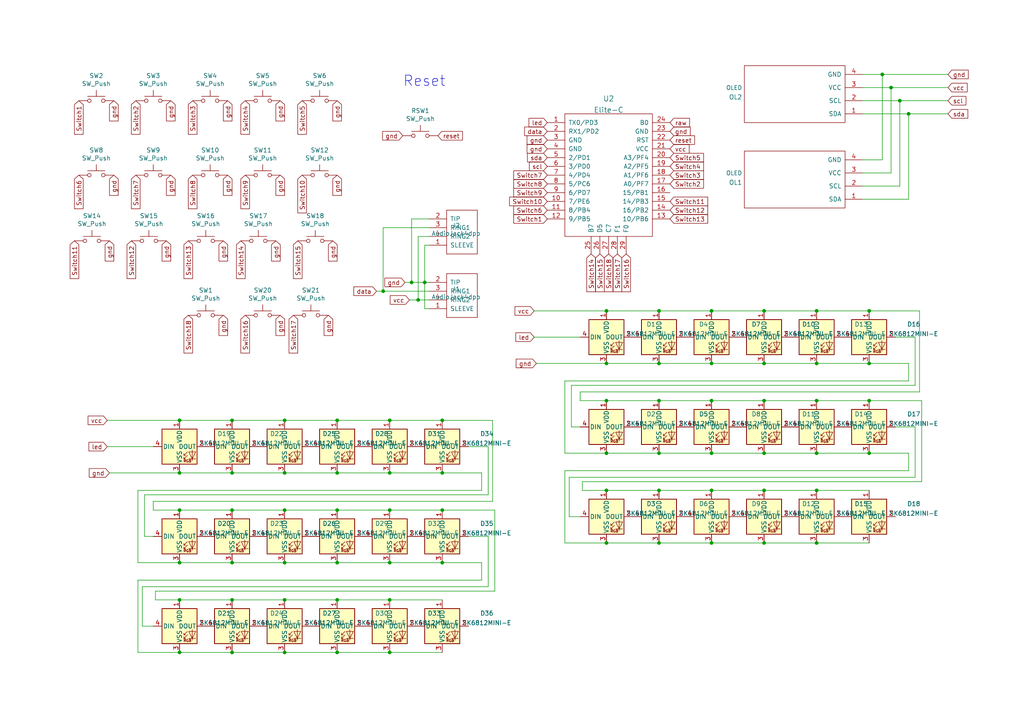
<source format=kicad_sch>
(kicad_sch (version 20211123) (generator eeschema)

  (uuid 4e66a44f-7fa6-4e16-bf9b-62ec864301a5)

  (paper "A4")

  (title_block
    (title "Sweep V2")
    (date "2021-03-10")
    (rev "0.1")
    (company "broomlabs")
  )

  (lib_symbols
    (symbol "Switch:SW_Push" (pin_numbers hide) (pin_names (offset 1.016) hide) (in_bom yes) (on_board yes)
      (property "Reference" "SW" (id 0) (at 1.27 2.54 0)
        (effects (font (size 1.27 1.27)) (justify left))
      )
      (property "Value" "SW_Push" (id 1) (at 0 -1.524 0)
        (effects (font (size 1.27 1.27)))
      )
      (property "Footprint" "" (id 2) (at 0 5.08 0)
        (effects (font (size 1.27 1.27)) hide)
      )
      (property "Datasheet" "~" (id 3) (at 0 5.08 0)
        (effects (font (size 1.27 1.27)) hide)
      )
      (property "ki_keywords" "switch normally-open pushbutton push-button" (id 4) (at 0 0 0)
        (effects (font (size 1.27 1.27)) hide)
      )
      (property "ki_description" "Push button switch, generic, two pins" (id 5) (at 0 0 0)
        (effects (font (size 1.27 1.27)) hide)
      )
      (symbol "SW_Push_0_1"
        (circle (center -2.032 0) (radius 0.508)
          (stroke (width 0) (type default) (color 0 0 0 0))
          (fill (type none))
        )
        (polyline
          (pts
            (xy 0 1.27)
            (xy 0 3.048)
          )
          (stroke (width 0) (type default) (color 0 0 0 0))
          (fill (type none))
        )
        (polyline
          (pts
            (xy 2.54 1.27)
            (xy -2.54 1.27)
          )
          (stroke (width 0) (type default) (color 0 0 0 0))
          (fill (type none))
        )
        (circle (center 2.032 0) (radius 0.508)
          (stroke (width 0) (type default) (color 0 0 0 0))
          (fill (type none))
        )
        (pin passive line (at -5.08 0 0) (length 2.54)
          (name "1" (effects (font (size 1.27 1.27))))
          (number "1" (effects (font (size 1.27 1.27))))
        )
        (pin passive line (at 5.08 0 180) (length 2.54)
          (name "2" (effects (font (size 1.27 1.27))))
          (number "2" (effects (font (size 1.27 1.27))))
        )
      )
    )
    (symbol "kbd:OLED" (pin_names (offset 1.016)) (in_bom yes) (on_board yes)
      (property "Reference" "OL" (id 0) (at 0 2.54 0)
        (effects (font (size 1.2954 1.2954)))
      )
      (property "Value" "OLED" (id 1) (at 0 -1.27 0)
        (effects (font (size 1.1938 1.1938)))
      )
      (property "Footprint" "" (id 2) (at 0 2.54 0)
        (effects (font (size 1.524 1.524)) hide)
      )
      (property "Datasheet" "" (id 3) (at 0 2.54 0)
        (effects (font (size 1.524 1.524)) hide)
      )
      (symbol "OLED_0_1"
        (rectangle (start -13.97 8.89) (end 15.24 -7.62)
          (stroke (width 0) (type default) (color 0 0 0 0))
          (fill (type none))
        )
      )
      (symbol "OLED_1_1"
        (pin bidirectional line (at -19.05 6.35 0) (length 5.08)
          (name "SDA" (effects (font (size 1.27 1.27))))
          (number "1" (effects (font (size 1.27 1.27))))
        )
        (pin bidirectional line (at -19.05 2.54 0) (length 5.08)
          (name "SCL" (effects (font (size 1.27 1.27))))
          (number "2" (effects (font (size 1.27 1.27))))
        )
        (pin power_in line (at -19.05 -1.27 0) (length 5.08)
          (name "VCC" (effects (font (size 1.27 1.27))))
          (number "3" (effects (font (size 1.27 1.27))))
        )
        (pin power_in line (at -19.05 -5.08 0) (length 5.08)
          (name "GND" (effects (font (size 1.27 1.27))))
          (number "4" (effects (font (size 1.27 1.27))))
        )
      )
    )
    (symbol "keebio:Elite-C" (pin_names (offset 1.016)) (in_bom yes) (on_board yes)
      (property "Reference" "U" (id 0) (at 0 0 0)
        (effects (font (size 1.524 1.524)))
      )
      (property "Value" "Elite-C" (id 1) (at 0 2.54 0)
        (effects (font (size 1.524 1.524)))
      )
      (property "Footprint" "" (id 2) (at 26.67 -63.5 90)
        (effects (font (size 1.524 1.524)) hide)
      )
      (property "Datasheet" "" (id 3) (at 26.67 -63.5 90)
        (effects (font (size 1.524 1.524)) hide)
      )
      (symbol "Elite-C_0_1"
        (rectangle (start 12.7 -19.05) (end -12.7 16.51)
          (stroke (width 0) (type default) (color 0 0 0 0))
          (fill (type none))
        )
      )
      (symbol "Elite-C_1_1"
        (pin input line (at -17.78 13.97 0) (length 5.08)
          (name "TX0/PD3" (effects (font (size 1.27 1.27))))
          (number "1" (effects (font (size 1.27 1.27))))
        )
        (pin input line (at -17.78 -8.89 0) (length 5.08)
          (name "7/PE6" (effects (font (size 1.27 1.27))))
          (number "10" (effects (font (size 1.27 1.27))))
        )
        (pin input line (at -17.78 -11.43 0) (length 5.08)
          (name "8/PB4" (effects (font (size 1.27 1.27))))
          (number "11" (effects (font (size 1.27 1.27))))
        )
        (pin input line (at -17.78 -13.97 0) (length 5.08)
          (name "9/PB5" (effects (font (size 1.27 1.27))))
          (number "12" (effects (font (size 1.27 1.27))))
        )
        (pin input line (at 17.78 -13.97 180) (length 5.08)
          (name "10/PB6" (effects (font (size 1.27 1.27))))
          (number "13" (effects (font (size 1.27 1.27))))
        )
        (pin input line (at 17.78 -11.43 180) (length 5.08)
          (name "16/PB2" (effects (font (size 1.27 1.27))))
          (number "14" (effects (font (size 1.27 1.27))))
        )
        (pin input line (at 17.78 -8.89 180) (length 5.08)
          (name "14/PB3" (effects (font (size 1.27 1.27))))
          (number "15" (effects (font (size 1.27 1.27))))
        )
        (pin input line (at 17.78 -6.35 180) (length 5.08)
          (name "15/PB1" (effects (font (size 1.27 1.27))))
          (number "16" (effects (font (size 1.27 1.27))))
        )
        (pin input line (at 17.78 -3.81 180) (length 5.08)
          (name "A0/PF7" (effects (font (size 1.27 1.27))))
          (number "17" (effects (font (size 1.27 1.27))))
        )
        (pin input line (at 17.78 -1.27 180) (length 5.08)
          (name "A1/PF6" (effects (font (size 1.27 1.27))))
          (number "18" (effects (font (size 1.27 1.27))))
        )
        (pin input line (at 17.78 1.27 180) (length 5.08)
          (name "A2/PF5" (effects (font (size 1.27 1.27))))
          (number "19" (effects (font (size 1.27 1.27))))
        )
        (pin input line (at -17.78 11.43 0) (length 5.08)
          (name "RX1/PD2" (effects (font (size 1.27 1.27))))
          (number "2" (effects (font (size 1.27 1.27))))
        )
        (pin input line (at 17.78 3.81 180) (length 5.08)
          (name "A3/PF4" (effects (font (size 1.27 1.27))))
          (number "20" (effects (font (size 1.27 1.27))))
        )
        (pin input line (at 17.78 6.35 180) (length 5.08)
          (name "VCC" (effects (font (size 1.27 1.27))))
          (number "21" (effects (font (size 1.27 1.27))))
        )
        (pin input line (at 17.78 8.89 180) (length 5.08)
          (name "RST" (effects (font (size 1.27 1.27))))
          (number "22" (effects (font (size 1.27 1.27))))
        )
        (pin input line (at 17.78 11.43 180) (length 5.08)
          (name "GND" (effects (font (size 1.27 1.27))))
          (number "23" (effects (font (size 1.27 1.27))))
        )
        (pin input line (at 17.78 13.97 180) (length 5.08)
          (name "B0" (effects (font (size 1.27 1.27))))
          (number "24" (effects (font (size 1.27 1.27))))
        )
        (pin input line (at -5.08 -24.13 90) (length 5.08)
          (name "B7" (effects (font (size 1.27 1.27))))
          (number "25" (effects (font (size 1.27 1.27))))
        )
        (pin input line (at -2.54 -24.13 90) (length 5.08)
          (name "D5" (effects (font (size 1.27 1.27))))
          (number "26" (effects (font (size 1.27 1.27))))
        )
        (pin input line (at 0 -24.13 90) (length 5.08)
          (name "C7" (effects (font (size 1.27 1.27))))
          (number "27" (effects (font (size 1.27 1.27))))
        )
        (pin input line (at 2.54 -24.13 90) (length 5.08)
          (name "F1" (effects (font (size 1.27 1.27))))
          (number "28" (effects (font (size 1.27 1.27))))
        )
        (pin input line (at 5.08 -24.13 90) (length 5.08)
          (name "F0" (effects (font (size 1.27 1.27))))
          (number "29" (effects (font (size 1.27 1.27))))
        )
        (pin input line (at -17.78 8.89 0) (length 5.08)
          (name "GND" (effects (font (size 1.27 1.27))))
          (number "3" (effects (font (size 1.27 1.27))))
        )
        (pin input line (at -17.78 6.35 0) (length 5.08)
          (name "GND" (effects (font (size 1.27 1.27))))
          (number "4" (effects (font (size 1.27 1.27))))
        )
        (pin input line (at -17.78 3.81 0) (length 5.08)
          (name "2/PD1" (effects (font (size 1.27 1.27))))
          (number "5" (effects (font (size 1.27 1.27))))
        )
        (pin input line (at -17.78 1.27 0) (length 5.08)
          (name "3/PD0" (effects (font (size 1.27 1.27))))
          (number "6" (effects (font (size 1.27 1.27))))
        )
        (pin input line (at -17.78 -1.27 0) (length 5.08)
          (name "4/PD4" (effects (font (size 1.27 1.27))))
          (number "7" (effects (font (size 1.27 1.27))))
        )
        (pin input line (at -17.78 -3.81 0) (length 5.08)
          (name "5/PC6" (effects (font (size 1.27 1.27))))
          (number "8" (effects (font (size 1.27 1.27))))
        )
        (pin input line (at -17.78 -6.35 0) (length 5.08)
          (name "6/PD7" (effects (font (size 1.27 1.27))))
          (number "9" (effects (font (size 1.27 1.27))))
        )
      )
    )
    (symbol "keebio:TRRS" (pin_names (offset 1.016)) (in_bom yes) (on_board yes)
      (property "Reference" "U" (id 0) (at 0 15.24 0)
        (effects (font (size 1.524 1.524)))
      )
      (property "Value" "TRRS" (id 1) (at 0 -2.54 0)
        (effects (font (size 1.524 1.524)))
      )
      (property "Footprint" "" (id 2) (at 3.81 0 0)
        (effects (font (size 1.524 1.524)) hide)
      )
      (property "Datasheet" "" (id 3) (at 3.81 0 0)
        (effects (font (size 1.524 1.524)) hide)
      )
      (symbol "TRRS_0_1"
        (rectangle (start -3.81 0) (end -3.81 12.7)
          (stroke (width 0) (type default) (color 0 0 0 0))
          (fill (type none))
        )
        (rectangle (start -3.81 12.7) (end 5.08 12.7)
          (stroke (width 0) (type default) (color 0 0 0 0))
          (fill (type none))
        )
        (rectangle (start 5.08 0) (end -3.81 0)
          (stroke (width 0) (type default) (color 0 0 0 0))
          (fill (type none))
        )
        (rectangle (start 5.08 12.7) (end 5.08 0)
          (stroke (width 0) (type default) (color 0 0 0 0))
          (fill (type none))
        )
      )
      (symbol "TRRS_1_1"
        (pin input line (at -8.89 2.54 0) (length 5.08)
          (name "SLEEVE" (effects (font (size 1.27 1.27))))
          (number "1" (effects (font (size 1.27 1.27))))
        )
        (pin input line (at -8.89 10.16 0) (length 5.08)
          (name "TIP" (effects (font (size 1.27 1.27))))
          (number "2" (effects (font (size 1.27 1.27))))
        )
        (pin input line (at -8.89 7.62 0) (length 5.08)
          (name "RING1" (effects (font (size 1.27 1.27))))
          (number "3" (effects (font (size 1.27 1.27))))
        )
        (pin input line (at -8.89 5.08 0) (length 5.08)
          (name "RING2" (effects (font (size 1.27 1.27))))
          (number "4" (effects (font (size 1.27 1.27))))
        )
      )
    )
    (symbol "kicad-keyboard-parts:SK6812MINI-E" (pin_names (offset 0.254)) (in_bom yes) (on_board yes)
      (property "Reference" "D" (id 0) (at 5.08 5.715 0)
        (effects (font (size 1.27 1.27)) (justify right bottom))
      )
      (property "Value" "SK6812MINI-E" (id 1) (at 1.27 -5.715 0)
        (effects (font (size 1.27 1.27)) (justify left top))
      )
      (property "Footprint" "kicad-keyboard-parts:MX_SK6812MINI-E" (id 2) (at 1.27 -7.62 0)
        (effects (font (size 1.27 1.27)) (justify left top) hide)
      )
      (property "Datasheet" "https://cdn-shop.adafruit.com/product-files/2686/SK6812MINI_REV.01-1-2.pdf" (id 3) (at 2.54 -9.525 0)
        (effects (font (size 1.27 1.27)) (justify left top) hide)
      )
      (property "ki_keywords" "RGB LED NeoPixel Mini addressable" (id 4) (at 0 0 0)
        (effects (font (size 1.27 1.27)) hide)
      )
      (property "ki_description" "Reverse-mount RGB LED with integrated controller" (id 5) (at 0 0 0)
        (effects (font (size 1.27 1.27)) hide)
      )
      (property "ki_fp_filters" "LED*SK6812MINI*PLCC*3.5x3.5mm*P1.75mm*" (id 6) (at 0 0 0)
        (effects (font (size 1.27 1.27)) hide)
      )
      (symbol "SK6812MINI-E_0_0"
        (text "RGB" (at 2.286 -4.191 0)
          (effects (font (size 0.762 0.762)))
        )
      )
      (symbol "SK6812MINI-E_0_1"
        (polyline
          (pts
            (xy 1.27 -3.556)
            (xy 1.778 -3.556)
          )
          (stroke (width 0) (type default) (color 0 0 0 0))
          (fill (type none))
        )
        (polyline
          (pts
            (xy 1.27 -2.54)
            (xy 1.778 -2.54)
          )
          (stroke (width 0) (type default) (color 0 0 0 0))
          (fill (type none))
        )
        (polyline
          (pts
            (xy 4.699 -3.556)
            (xy 2.667 -3.556)
          )
          (stroke (width 0) (type default) (color 0 0 0 0))
          (fill (type none))
        )
        (polyline
          (pts
            (xy 2.286 -2.54)
            (xy 1.27 -3.556)
            (xy 1.27 -3.048)
          )
          (stroke (width 0) (type default) (color 0 0 0 0))
          (fill (type none))
        )
        (polyline
          (pts
            (xy 2.286 -1.524)
            (xy 1.27 -2.54)
            (xy 1.27 -2.032)
          )
          (stroke (width 0) (type default) (color 0 0 0 0))
          (fill (type none))
        )
        (polyline
          (pts
            (xy 3.683 -1.016)
            (xy 3.683 -3.556)
            (xy 3.683 -4.064)
          )
          (stroke (width 0) (type default) (color 0 0 0 0))
          (fill (type none))
        )
        (polyline
          (pts
            (xy 4.699 -1.524)
            (xy 2.667 -1.524)
            (xy 3.683 -3.556)
            (xy 4.699 -1.524)
          )
          (stroke (width 0) (type default) (color 0 0 0 0))
          (fill (type none))
        )
        (rectangle (start 5.08 5.08) (end -5.08 -5.08)
          (stroke (width 0.254) (type default) (color 0 0 0 0))
          (fill (type background))
        )
      )
      (symbol "SK6812MINI-E_1_1"
        (pin power_in line (at 0 7.62 270) (length 2.54)
          (name "VDD" (effects (font (size 1.27 1.27))))
          (number "1" (effects (font (size 1.27 1.27))))
        )
        (pin output line (at 7.62 0 180) (length 2.54)
          (name "DOUT" (effects (font (size 1.27 1.27))))
          (number "2" (effects (font (size 1.27 1.27))))
        )
        (pin power_in line (at 0 -7.62 90) (length 2.54)
          (name "VSS" (effects (font (size 1.27 1.27))))
          (number "3" (effects (font (size 1.27 1.27))))
        )
        (pin input line (at -7.62 0 0) (length 2.54)
          (name "DIN" (effects (font (size 1.27 1.27))))
          (number "4" (effects (font (size 1.27 1.27))))
        )
      )
    )
  )

  (junction (at 236.855 142.24) (diameter 0) (color 0 0 0 0)
    (uuid 01d1ea4a-f5f0-46e1-a5f1-a9c50a0ff0ab)
  )
  (junction (at 128.27 147.955) (diameter 0) (color 0 0 0 0)
    (uuid 073c38a1-e205-4b4d-bf76-9be9548380f5)
  )
  (junction (at 97.79 173.99) (diameter 0) (color 0 0 0 0)
    (uuid 088247b8-287d-420a-8adc-98807fe5f101)
  )
  (junction (at 252.095 90.17) (diameter 0) (color 0 0 0 0)
    (uuid 0be210f7-6558-44fc-b57f-956eebc43f10)
  )
  (junction (at 82.55 163.195) (diameter 0) (color 0 0 0 0)
    (uuid 108b5d8f-cde6-4f81-9292-9a9fb4539690)
  )
  (junction (at 52.07 173.99) (diameter 0) (color 0 0 0 0)
    (uuid 141585cb-c135-42e7-9682-e72b69962c4c)
  )
  (junction (at 175.895 116.205) (diameter 0) (color 0 0 0 0)
    (uuid 1a4cb053-80ab-44cb-9fbd-90071a29949a)
  )
  (junction (at 255.905 21.59) (diameter 0) (color 0 0 0 0)
    (uuid 1bfd69b2-b339-467d-add1-c6c151f377c2)
  )
  (junction (at 82.55 121.92) (diameter 0) (color 0 0 0 0)
    (uuid 1ce607c8-9a43-431b-8d41-54213e095265)
  )
  (junction (at 236.855 90.17) (diameter 0) (color 0 0 0 0)
    (uuid 2323b038-772a-49f6-977f-7fc8a4024691)
  )
  (junction (at 236.855 105.41) (diameter 0) (color 0 0 0 0)
    (uuid 245c5e28-ce0b-45a8-8d58-a2a7c0168cbb)
  )
  (junction (at 113.03 137.16) (diameter 0) (color 0 0 0 0)
    (uuid 25cc8556-5be4-41ee-b708-0dec7376f32c)
  )
  (junction (at 252.095 105.41) (diameter 0) (color 0 0 0 0)
    (uuid 28e94923-e4a6-4da7-bfa9-751a2515e458)
  )
  (junction (at 206.375 90.17) (diameter 0) (color 0 0 0 0)
    (uuid 2fc5fa35-7878-4e6c-9fce-36ad1f0cba1f)
  )
  (junction (at 206.375 105.41) (diameter 0) (color 0 0 0 0)
    (uuid 30db849c-7585-49eb-a50e-9963a732f7bc)
  )
  (junction (at 128.27 121.92) (diameter 0) (color 0 0 0 0)
    (uuid 3178dd91-7ef9-40da-be24-423871b29493)
  )
  (junction (at 97.79 137.16) (diameter 0) (color 0 0 0 0)
    (uuid 31aacfbc-f554-484c-a0ce-9383a70d2e5d)
  )
  (junction (at 191.135 105.41) (diameter 0) (color 0 0 0 0)
    (uuid 39daef11-6dcc-4d8a-ba65-d4a98a816726)
  )
  (junction (at 128.27 137.16) (diameter 0) (color 0 0 0 0)
    (uuid 3a81fa45-6413-401f-b396-4bc414b54059)
  )
  (junction (at 67.31 147.955) (diameter 0) (color 0 0 0 0)
    (uuid 3b21b342-e667-4fb5-81cf-9567705ab3a0)
  )
  (junction (at 67.31 163.195) (diameter 0) (color 0 0 0 0)
    (uuid 467caea7-4352-4e09-a7b0-2e967019edf8)
  )
  (junction (at 175.895 90.17) (diameter 0) (color 0 0 0 0)
    (uuid 479c7689-426c-4296-b0f4-db7f39725989)
  )
  (junction (at 191.135 90.17) (diameter 0) (color 0 0 0 0)
    (uuid 497289d5-ce33-40a3-9985-14598bc48b06)
  )
  (junction (at 191.135 142.24) (diameter 0) (color 0 0 0 0)
    (uuid 4fff1bad-88ef-4069-8a64-d69f1bdccdca)
  )
  (junction (at 206.375 131.445) (diameter 0) (color 0 0 0 0)
    (uuid 53a83aa1-e773-4d30-bcb4-448ff5f63368)
  )
  (junction (at 175.895 105.41) (diameter 0) (color 0 0 0 0)
    (uuid 56245fd1-34e5-4aaa-8ff3-fd9881d1de70)
  )
  (junction (at 121.285 86.995) (diameter 0) (color 0 0 0 0)
    (uuid 574ffb8d-a830-478d-9be7-2b0ec1bbd7db)
  )
  (junction (at 97.79 121.92) (diameter 0) (color 0 0 0 0)
    (uuid 5eb164d6-cdc6-4bb5-978f-15cd2c6ffa7d)
  )
  (junction (at 221.615 157.48) (diameter 0) (color 0 0 0 0)
    (uuid 5fa04f7a-9d82-4d3b-802f-36a613735c16)
  )
  (junction (at 221.615 116.205) (diameter 0) (color 0 0 0 0)
    (uuid 607413f4-2598-4655-b9e3-3be2c1dccc3e)
  )
  (junction (at 263.525 33.02) (diameter 0) (color 0 0 0 0)
    (uuid 60a42165-2541-43b9-b188-fe73f4ef4a04)
  )
  (junction (at 52.07 163.195) (diameter 0) (color 0 0 0 0)
    (uuid 61fd2cbf-6c6d-49ae-ac27-286bdf454629)
  )
  (junction (at 221.615 142.24) (diameter 0) (color 0 0 0 0)
    (uuid 694adcfd-f805-48da-8e95-1a6640cb9438)
  )
  (junction (at 206.375 116.205) (diameter 0) (color 0 0 0 0)
    (uuid 6b39e37c-d362-4103-895d-cdbe5d372446)
  )
  (junction (at 52.07 147.955) (diameter 0) (color 0 0 0 0)
    (uuid 6d2d8a05-b77f-4741-a16a-4d154bad08c5)
  )
  (junction (at 260.985 29.21) (diameter 0) (color 0 0 0 0)
    (uuid 7111a20e-201b-467b-ae7d-f00f3f0fa6dc)
  )
  (junction (at 82.55 189.23) (diameter 0) (color 0 0 0 0)
    (uuid 71e25ee1-decc-4126-b3e2-50d07b890278)
  )
  (junction (at 52.07 137.16) (diameter 0) (color 0 0 0 0)
    (uuid 71fda9ee-5360-4ce1-b83f-76c04177628f)
  )
  (junction (at 52.07 189.23) (diameter 0) (color 0 0 0 0)
    (uuid 73d60681-0f86-46e2-8810-2b017586d747)
  )
  (junction (at 113.03 163.195) (diameter 0) (color 0 0 0 0)
    (uuid 7563172e-f3c1-4d0f-aef5-7b0f58441683)
  )
  (junction (at 175.895 142.24) (diameter 0) (color 0 0 0 0)
    (uuid 771d5038-379a-4be0-a33c-6a5fd3d1299c)
  )
  (junction (at 52.07 121.92) (diameter 0) (color 0 0 0 0)
    (uuid 78fdfe46-b24d-4ae8-86d9-c482ce0128e7)
  )
  (junction (at 111.125 84.455) (diameter 0) (color 0 0 0 0)
    (uuid 7acd09fc-733f-407a-a536-0ecf161725d2)
  )
  (junction (at 175.895 131.445) (diameter 0) (color 0 0 0 0)
    (uuid 7db0fa8b-5886-4636-88ba-284e2c926cd1)
  )
  (junction (at 82.55 137.16) (diameter 0) (color 0 0 0 0)
    (uuid 81289667-fe1b-4add-822c-27e9e1108dd9)
  )
  (junction (at 82.55 173.99) (diameter 0) (color 0 0 0 0)
    (uuid 85e59047-6f78-43b1-99a1-859214228aee)
  )
  (junction (at 175.895 157.48) (diameter 0) (color 0 0 0 0)
    (uuid 95f20e75-1e0c-4fd0-b184-e3d9eedb43f0)
  )
  (junction (at 67.31 189.23) (diameter 0) (color 0 0 0 0)
    (uuid 968df00c-c226-4255-b75c-ef73ad18be5c)
  )
  (junction (at 236.855 116.205) (diameter 0) (color 0 0 0 0)
    (uuid 99cbd01f-a650-4fad-af2b-c9b9cacf8672)
  )
  (junction (at 191.135 116.205) (diameter 0) (color 0 0 0 0)
    (uuid 9c659440-ceaa-48d7-aff1-08ac8ed87f45)
  )
  (junction (at 191.135 131.445) (diameter 0) (color 0 0 0 0)
    (uuid 9c9f73d5-afb5-4130-9c0d-85c0fed18eb6)
  )
  (junction (at 113.03 147.955) (diameter 0) (color 0 0 0 0)
    (uuid 9efb04e4-bbe9-4ec9-a8d7-1bd14f1d00b6)
  )
  (junction (at 236.855 157.48) (diameter 0) (color 0 0 0 0)
    (uuid a13de08b-a23f-4287-bdf3-ee757dbde43d)
  )
  (junction (at 206.375 157.48) (diameter 0) (color 0 0 0 0)
    (uuid a2b7f724-ab84-4162-a46c-674dbbad6d30)
  )
  (junction (at 221.615 131.445) (diameter 0) (color 0 0 0 0)
    (uuid a6cf04e7-e006-4473-9d1f-496c4bf35062)
  )
  (junction (at 252.095 131.445) (diameter 0) (color 0 0 0 0)
    (uuid aef0bdcb-ad63-4c9b-9079-a227a72199da)
  )
  (junction (at 97.79 163.195) (diameter 0) (color 0 0 0 0)
    (uuid b1ebadd5-92a4-4f87-8c55-fd6a6a4626c1)
  )
  (junction (at 191.135 157.48) (diameter 0) (color 0 0 0 0)
    (uuid b2a3396f-bcdb-48cb-817b-485c7aa52716)
  )
  (junction (at 113.03 121.92) (diameter 0) (color 0 0 0 0)
    (uuid b38b86ee-8e0e-4641-b180-91dbb9183365)
  )
  (junction (at 97.79 147.955) (diameter 0) (color 0 0 0 0)
    (uuid b64200b0-00fe-4ddb-8ebb-fc63f11e2cbb)
  )
  (junction (at 258.445 25.4) (diameter 0) (color 0 0 0 0)
    (uuid b9eedcbb-1428-4610-9d5b-078870142405)
  )
  (junction (at 221.615 90.17) (diameter 0) (color 0 0 0 0)
    (uuid be5da081-e879-48d3-ac40-21ef622cb2ff)
  )
  (junction (at 113.03 173.99) (diameter 0) (color 0 0 0 0)
    (uuid be6fecb1-8e3f-4136-8633-df2477873f6d)
  )
  (junction (at 119.38 81.915) (diameter 0) (color 0 0 0 0)
    (uuid c40ef432-538e-42a3-b7f5-69844311a71b)
  )
  (junction (at 221.615 105.41) (diameter 0) (color 0 0 0 0)
    (uuid d56498a9-20e9-40f5-86ef-d8a96240d5f4)
  )
  (junction (at 128.27 163.195) (diameter 0) (color 0 0 0 0)
    (uuid d7ecd151-4f90-466a-a242-bcf7299ea774)
  )
  (junction (at 82.55 147.955) (diameter 0) (color 0 0 0 0)
    (uuid d85e0559-00bb-4b65-8c45-49153fa365cb)
  )
  (junction (at 67.31 121.92) (diameter 0) (color 0 0 0 0)
    (uuid d973372d-2672-4bc7-a088-3d7a57959da4)
  )
  (junction (at 113.03 189.23) (diameter 0) (color 0 0 0 0)
    (uuid e651c611-58b7-4c62-bf18-e442b4d5c003)
  )
  (junction (at 67.31 173.99) (diameter 0) (color 0 0 0 0)
    (uuid ea64db8c-8758-401f-95fc-c0a7df08f053)
  )
  (junction (at 236.855 131.445) (diameter 0) (color 0 0 0 0)
    (uuid ea90f293-ea3a-4c61-a7bb-7e037285a8e5)
  )
  (junction (at 97.79 189.23) (diameter 0) (color 0 0 0 0)
    (uuid f60b6145-9474-49a6-a49b-7e70bc79e7b5)
  )
  (junction (at 206.375 142.24) (diameter 0) (color 0 0 0 0)
    (uuid f630ea80-3a3d-49c8-a47b-9d9f3134811d)
  )
  (junction (at 252.095 116.205) (diameter 0) (color 0 0 0 0)
    (uuid f87e827d-850e-4d25-b6f2-590e552fcd1a)
  )
  (junction (at 67.31 137.16) (diameter 0) (color 0 0 0 0)
    (uuid f981967a-2522-4a6e-9b41-44b113548390)
  )
  (junction (at 123.19 81.915) (diameter 0) (color 0 0 0 0)
    (uuid fe598517-426c-4b1b-afd9-40808bde7c49)
  )

  (wire (pts (xy 263.525 136.525) (xy 163.83 136.525))
    (stroke (width 0) (type default) (color 0 0 0 0))
    (uuid 08a19afd-1d35-4d3d-848a-48a759ad6e1d)
  )
  (wire (pts (xy 267.335 116.205) (xy 267.335 139.7))
    (stroke (width 0) (type default) (color 0 0 0 0))
    (uuid 0bef7216-de17-4903-ae40-563eae2fa2ad)
  )
  (wire (pts (xy 123.19 81.915) (xy 123.19 89.535))
    (stroke (width 0) (type default) (color 0 0 0 0))
    (uuid 0d750ff5-6e4a-4f18-ab53-9914557ab895)
  )
  (wire (pts (xy 67.31 189.23) (xy 82.55 189.23))
    (stroke (width 0) (type default) (color 0 0 0 0))
    (uuid 10ea4642-e668-416e-bd36-cec33bfbdbea)
  )
  (wire (pts (xy 206.375 131.445) (xy 221.615 131.445))
    (stroke (width 0) (type default) (color 0 0 0 0))
    (uuid 128ecc6c-6396-4883-84ed-b5087f589473)
  )
  (wire (pts (xy 113.03 137.16) (xy 128.27 137.16))
    (stroke (width 0) (type default) (color 0 0 0 0))
    (uuid 147111de-d0fa-45fb-b783-33f6f0ff0d8c)
  )
  (wire (pts (xy 141.605 155.575) (xy 141.605 170.18))
    (stroke (width 0) (type default) (color 0 0 0 0))
    (uuid 185894be-545c-461a-b107-0b24aff6ccb3)
  )
  (wire (pts (xy 113.03 173.99) (xy 128.27 173.99))
    (stroke (width 0) (type default) (color 0 0 0 0))
    (uuid 18a8e066-0d3c-483b-baf4-3d67daeb4b02)
  )
  (wire (pts (xy 109.22 84.455) (xy 111.125 84.455))
    (stroke (width 0) (type default) (color 0 0 0 0))
    (uuid 1abebed9-7eb5-4e59-aa13-a2dd0655a71c)
  )
  (wire (pts (xy 52.07 163.195) (xy 67.31 163.195))
    (stroke (width 0) (type default) (color 0 0 0 0))
    (uuid 1e0dfb2a-3f59-42ee-9942-944681ce94fb)
  )
  (wire (pts (xy 31.115 121.92) (xy 52.07 121.92))
    (stroke (width 0) (type default) (color 0 0 0 0))
    (uuid 2215f30b-7530-4637-b600-ef38beb9a501)
  )
  (wire (pts (xy 139.7 168.275) (xy 40.005 168.275))
    (stroke (width 0) (type default) (color 0 0 0 0))
    (uuid 2238a677-9230-47ca-a789-8f71760dc0d9)
  )
  (wire (pts (xy 274.955 33.02) (xy 263.525 33.02))
    (stroke (width 0) (type default) (color 0 0 0 0))
    (uuid 23633013-1f4a-4d66-af59-b08181f076fe)
  )
  (wire (pts (xy 259.715 97.79) (xy 265.43 97.79))
    (stroke (width 0) (type default) (color 0 0 0 0))
    (uuid 252aa25d-a452-4369-b98b-90217e06f1a6)
  )
  (wire (pts (xy 139.7 142.24) (xy 40.005 142.24))
    (stroke (width 0) (type default) (color 0 0 0 0))
    (uuid 266fea44-ad24-48f2-a076-6a0a5470f63a)
  )
  (wire (pts (xy 139.7 137.16) (xy 139.7 142.24))
    (stroke (width 0) (type default) (color 0 0 0 0))
    (uuid 2864b684-6bdb-44f7-950d-d64c5db78239)
  )
  (wire (pts (xy 97.79 189.23) (xy 113.03 189.23))
    (stroke (width 0) (type default) (color 0 0 0 0))
    (uuid 28bb6b8b-41e4-48c5-a60d-ba748f7601f0)
  )
  (wire (pts (xy 255.905 21.59) (xy 250.19 21.59))
    (stroke (width 0) (type default) (color 0 0 0 0))
    (uuid 2b3e6908-68df-4fec-b1c5-c7b50010ffb0)
  )
  (wire (pts (xy 175.895 142.24) (xy 191.135 142.24))
    (stroke (width 0) (type default) (color 0 0 0 0))
    (uuid 2c3ecfc2-b2e0-4d86-8ebf-76520d0b4f4d)
  )
  (wire (pts (xy 113.03 121.92) (xy 128.27 121.92))
    (stroke (width 0) (type default) (color 0 0 0 0))
    (uuid 30311050-1b83-47b4-9c95-f645bf20de7c)
  )
  (wire (pts (xy 123.19 81.915) (xy 124.46 81.915))
    (stroke (width 0) (type default) (color 0 0 0 0))
    (uuid 3466c18c-df51-4df8-83c5-6acf1ce62e68)
  )
  (wire (pts (xy 265.43 138.43) (xy 165.1 138.43))
    (stroke (width 0) (type default) (color 0 0 0 0))
    (uuid 348a2dce-f018-43f3-a087-a0fc38e73ff8)
  )
  (wire (pts (xy 236.855 157.48) (xy 252.095 157.48))
    (stroke (width 0) (type default) (color 0 0 0 0))
    (uuid 35e008a2-b465-4a1e-a23f-8a687a676ea3)
  )
  (wire (pts (xy 263.525 110.49) (xy 163.83 110.49))
    (stroke (width 0) (type default) (color 0 0 0 0))
    (uuid 378d5fdd-1661-4699-bbaf-4ebae3cc257e)
  )
  (wire (pts (xy 221.615 142.24) (xy 236.855 142.24))
    (stroke (width 0) (type default) (color 0 0 0 0))
    (uuid 37e68ac9-5376-432e-8b0a-0145f7f93d3b)
  )
  (wire (pts (xy 117.475 81.915) (xy 119.38 81.915))
    (stroke (width 0) (type default) (color 0 0 0 0))
    (uuid 387991a5-57c5-4323-9323-669144505f2c)
  )
  (wire (pts (xy 191.135 116.205) (xy 206.375 116.205))
    (stroke (width 0) (type default) (color 0 0 0 0))
    (uuid 3a3d7a3b-240a-4ba4-a344-bc19226935d0)
  )
  (wire (pts (xy 67.31 173.99) (xy 82.55 173.99))
    (stroke (width 0) (type default) (color 0 0 0 0))
    (uuid 3cbf9132-810c-4800-b89d-5bed79eaa6c2)
  )
  (wire (pts (xy 221.615 90.17) (xy 236.855 90.17))
    (stroke (width 0) (type default) (color 0 0 0 0))
    (uuid 40ef7d33-663a-42d5-ac05-df2329fd36c0)
  )
  (wire (pts (xy 41.91 155.575) (xy 44.45 155.575))
    (stroke (width 0) (type default) (color 0 0 0 0))
    (uuid 411d61d8-1335-429f-bf0e-eaeaaf9420a3)
  )
  (wire (pts (xy 252.095 116.205) (xy 267.335 116.205))
    (stroke (width 0) (type default) (color 0 0 0 0))
    (uuid 4562484e-d849-49a7-beb0-d4b2dcddb323)
  )
  (wire (pts (xy 250.19 46.355) (xy 255.905 46.355))
    (stroke (width 0) (type default) (color 0 0 0 0))
    (uuid 483163a2-461c-499c-9e5e-08935a6aa0c2)
  )
  (wire (pts (xy 175.895 131.445) (xy 191.135 131.445))
    (stroke (width 0) (type default) (color 0 0 0 0))
    (uuid 49334b3d-6990-4a84-8088-0cfea786f6c8)
  )
  (wire (pts (xy 221.615 131.445) (xy 236.855 131.445))
    (stroke (width 0) (type default) (color 0 0 0 0))
    (uuid 49910c11-bf87-4ad8-a657-9a03916f880e)
  )
  (wire (pts (xy 260.985 29.21) (xy 250.19 29.21))
    (stroke (width 0) (type default) (color 0 0 0 0))
    (uuid 49ad42a2-d690-4377-98e5-1af57159b78a)
  )
  (wire (pts (xy 206.375 90.17) (xy 221.615 90.17))
    (stroke (width 0) (type default) (color 0 0 0 0))
    (uuid 4bcb09bb-6a7e-4fa2-b733-e4ce7361dc1f)
  )
  (wire (pts (xy 263.525 131.445) (xy 263.525 136.525))
    (stroke (width 0) (type default) (color 0 0 0 0))
    (uuid 50f6ee73-a575-433f-a6a4-7b91998a4ede)
  )
  (wire (pts (xy 163.83 131.445) (xy 175.895 131.445))
    (stroke (width 0) (type default) (color 0 0 0 0))
    (uuid 5104e50f-73a5-4f6a-8a59-99a12be23384)
  )
  (wire (pts (xy 111.125 66.04) (xy 111.125 84.455))
    (stroke (width 0) (type default) (color 0 0 0 0))
    (uuid 5190440c-dcd2-4f92-968f-8b00d9dc7724)
  )
  (wire (pts (xy 165.735 123.825) (xy 168.275 123.825))
    (stroke (width 0) (type default) (color 0 0 0 0))
    (uuid 5239456f-54dd-47ec-9b3e-56767a09e745)
  )
  (wire (pts (xy 82.55 163.195) (xy 97.79 163.195))
    (stroke (width 0) (type default) (color 0 0 0 0))
    (uuid 53bc766b-29ee-4362-aba8-a73a86ff1d98)
  )
  (wire (pts (xy 82.55 121.92) (xy 97.79 121.92))
    (stroke (width 0) (type default) (color 0 0 0 0))
    (uuid 56f85c0d-dadb-40f6-9977-f0f83c1b8e9b)
  )
  (wire (pts (xy 41.91 143.51) (xy 41.91 155.575))
    (stroke (width 0) (type default) (color 0 0 0 0))
    (uuid 578d7cd7-d6de-42a0-b621-6c1fecfd6f6c)
  )
  (wire (pts (xy 168.91 139.7) (xy 168.91 142.24))
    (stroke (width 0) (type default) (color 0 0 0 0))
    (uuid 59d0b0e2-d4c3-47ec-a6e2-78c8fd51a945)
  )
  (wire (pts (xy 206.375 116.205) (xy 221.615 116.205))
    (stroke (width 0) (type default) (color 0 0 0 0))
    (uuid 5aac1aa9-d456-420f-b6ab-92e4d95196ac)
  )
  (wire (pts (xy 82.55 189.23) (xy 97.79 189.23))
    (stroke (width 0) (type default) (color 0 0 0 0))
    (uuid 5baa5658-5073-4236-842e-e1399e78a6ba)
  )
  (wire (pts (xy 121.285 86.995) (xy 124.46 86.995))
    (stroke (width 0) (type default) (color 0 0 0 0))
    (uuid 5cffbdb9-5215-42f0-8d4b-7b277366d7b1)
  )
  (wire (pts (xy 82.55 173.99) (xy 97.79 173.99))
    (stroke (width 0) (type default) (color 0 0 0 0))
    (uuid 5f91d5d2-df5f-401e-abcf-4f1f37de97ef)
  )
  (wire (pts (xy 135.89 129.54) (xy 141.605 129.54))
    (stroke (width 0) (type default) (color 0 0 0 0))
    (uuid 6257d184-bd7d-4e8a-b10f-00c7ec9e5d40)
  )
  (wire (pts (xy 168.275 113.665) (xy 168.275 116.205))
    (stroke (width 0) (type default) (color 0 0 0 0))
    (uuid 62617efc-5b9a-405d-bfaf-ef263250f94b)
  )
  (wire (pts (xy 163.83 110.49) (xy 163.83 131.445))
    (stroke (width 0) (type default) (color 0 0 0 0))
    (uuid 63e8548c-9e3d-4277-a73a-6da23643b6bd)
  )
  (wire (pts (xy 175.895 157.48) (xy 191.135 157.48))
    (stroke (width 0) (type default) (color 0 0 0 0))
    (uuid 64d9cc55-3de4-4b20-b192-9d85eeee27d5)
  )
  (wire (pts (xy 67.31 121.92) (xy 82.55 121.92))
    (stroke (width 0) (type default) (color 0 0 0 0))
    (uuid 659a7b78-28bc-4363-ad1f-4d9117534dfd)
  )
  (wire (pts (xy 263.525 105.41) (xy 263.525 110.49))
    (stroke (width 0) (type default) (color 0 0 0 0))
    (uuid 677a5262-97d5-4caf-9e32-4dea46444b5d)
  )
  (wire (pts (xy 67.31 163.195) (xy 82.55 163.195))
    (stroke (width 0) (type default) (color 0 0 0 0))
    (uuid 69644086-c991-48a9-8cc7-28e8cb870875)
  )
  (wire (pts (xy 113.03 189.23) (xy 128.27 189.23))
    (stroke (width 0) (type default) (color 0 0 0 0))
    (uuid 6b15180a-59d7-4991-b709-8b3d52d3ed1f)
  )
  (wire (pts (xy 175.895 116.205) (xy 191.135 116.205))
    (stroke (width 0) (type default) (color 0 0 0 0))
    (uuid 6b90d9ef-7e2f-4fad-9614-fec46b2e667f)
  )
  (wire (pts (xy 45.085 173.99) (xy 52.07 173.99))
    (stroke (width 0) (type default) (color 0 0 0 0))
    (uuid 6c648d72-ebf8-4e39-891f-35d9109a5f7d)
  )
  (wire (pts (xy 128.27 147.955) (xy 143.51 147.955))
    (stroke (width 0) (type default) (color 0 0 0 0))
    (uuid 6e51fdf7-4711-44ab-929b-f7eb46058aee)
  )
  (wire (pts (xy 113.03 163.195) (xy 128.27 163.195))
    (stroke (width 0) (type default) (color 0 0 0 0))
    (uuid 717f055e-34d1-4822-9576-62a0b52b171f)
  )
  (wire (pts (xy 82.55 137.16) (xy 97.79 137.16))
    (stroke (width 0) (type default) (color 0 0 0 0))
    (uuid 7204f6fb-2d83-40f9-bf15-b16f611c41f8)
  )
  (wire (pts (xy 191.135 131.445) (xy 206.375 131.445))
    (stroke (width 0) (type default) (color 0 0 0 0))
    (uuid 7294c6b1-45e4-4af5-bbce-0c8ccf41b968)
  )
  (wire (pts (xy 175.895 90.17) (xy 191.135 90.17))
    (stroke (width 0) (type default) (color 0 0 0 0))
    (uuid 78d34a69-deae-4d05-a9f3-db344a8aaf9d)
  )
  (wire (pts (xy 206.375 142.24) (xy 221.615 142.24))
    (stroke (width 0) (type default) (color 0 0 0 0))
    (uuid 791d60c3-aa7e-48c9-ad9d-6a7f1d5e62d6)
  )
  (wire (pts (xy 163.83 157.48) (xy 175.895 157.48))
    (stroke (width 0) (type default) (color 0 0 0 0))
    (uuid 7979a4ec-7f50-44b7-b839-a9377867e895)
  )
  (wire (pts (xy 258.445 50.165) (xy 258.445 25.4))
    (stroke (width 0) (type default) (color 0 0 0 0))
    (uuid 7c868da4-5c69-4bb1-89d0-befbf22d779e)
  )
  (wire (pts (xy 255.905 46.355) (xy 255.905 21.59))
    (stroke (width 0) (type default) (color 0 0 0 0))
    (uuid 7ca4e789-13c9-4c26-b524-9a8b280c7099)
  )
  (wire (pts (xy 52.07 121.92) (xy 67.31 121.92))
    (stroke (width 0) (type default) (color 0 0 0 0))
    (uuid 7f6bbb66-4e4a-401d-ab34-a55d8a6daaa0)
  )
  (wire (pts (xy 124.46 63.5) (xy 119.38 63.5))
    (stroke (width 0) (type default) (color 0 0 0 0))
    (uuid 83ccd1fe-fc72-4989-b878-c5f22a0b161c)
  )
  (wire (pts (xy 165.1 138.43) (xy 165.1 149.86))
    (stroke (width 0) (type default) (color 0 0 0 0))
    (uuid 85267998-379c-42e2-a0fa-a4e7fdcb6201)
  )
  (wire (pts (xy 265.43 97.79) (xy 265.43 111.76))
    (stroke (width 0) (type default) (color 0 0 0 0))
    (uuid 8532f8ec-3cb9-4409-ab20-8549779471fd)
  )
  (wire (pts (xy 119.38 81.915) (xy 123.19 81.915))
    (stroke (width 0) (type default) (color 0 0 0 0))
    (uuid 86363ac0-329b-447e-873a-edd944810f2d)
  )
  (wire (pts (xy 124.46 71.12) (xy 123.19 71.12))
    (stroke (width 0) (type default) (color 0 0 0 0))
    (uuid 86df30ec-24cb-4ddf-9846-abb39a5c087c)
  )
  (wire (pts (xy 154.94 90.17) (xy 175.895 90.17))
    (stroke (width 0) (type default) (color 0 0 0 0))
    (uuid 89b699c1-c6ec-444b-a774-b0b091ccacb1)
  )
  (wire (pts (xy 221.615 105.41) (xy 236.855 105.41))
    (stroke (width 0) (type default) (color 0 0 0 0))
    (uuid 8ab79de4-e060-4782-ae25-a595508a953d)
  )
  (wire (pts (xy 165.735 111.76) (xy 165.735 123.825))
    (stroke (width 0) (type default) (color 0 0 0 0))
    (uuid 8ca04363-2ffc-46bc-8cfb-4ff478f6ab42)
  )
  (wire (pts (xy 123.19 71.12) (xy 123.19 81.915))
    (stroke (width 0) (type default) (color 0 0 0 0))
    (uuid 8e0ecffc-738a-4a22-81fd-73c8e9b0caa0)
  )
  (wire (pts (xy 155.575 105.41) (xy 175.895 105.41))
    (stroke (width 0) (type default) (color 0 0 0 0))
    (uuid 8e50d236-69c9-4062-b2dc-c27d45c83c5b)
  )
  (wire (pts (xy 154.94 97.79) (xy 168.275 97.79))
    (stroke (width 0) (type default) (color 0 0 0 0))
    (uuid 8eb735b9-1245-4cbe-bc98-fc6ea6255902)
  )
  (wire (pts (xy 266.7 113.665) (xy 168.275 113.665))
    (stroke (width 0) (type default) (color 0 0 0 0))
    (uuid 903c64ba-dd71-41c9-810a-39a8d0e5ee85)
  )
  (wire (pts (xy 250.19 57.785) (xy 263.525 57.785))
    (stroke (width 0) (type default) (color 0 0 0 0))
    (uuid 9099cc93-ad8b-4e41-95aa-321b82488a8f)
  )
  (wire (pts (xy 250.19 53.975) (xy 260.985 53.975))
    (stroke (width 0) (type default) (color 0 0 0 0))
    (uuid 928190e5-0933-46d4-9398-8b5df5fc9a12)
  )
  (wire (pts (xy 141.605 129.54) (xy 141.605 143.51))
    (stroke (width 0) (type default) (color 0 0 0 0))
    (uuid 937c40cc-b429-495e-9e14-fef83298888a)
  )
  (wire (pts (xy 141.605 170.18) (xy 41.275 170.18))
    (stroke (width 0) (type default) (color 0 0 0 0))
    (uuid 93f44a68-f306-4b53-9708-b5634670365f)
  )
  (wire (pts (xy 236.855 142.24) (xy 252.095 142.24))
    (stroke (width 0) (type default) (color 0 0 0 0))
    (uuid 94f7bc21-a797-4ee2-a228-869429d7189a)
  )
  (wire (pts (xy 236.855 116.205) (xy 252.095 116.205))
    (stroke (width 0) (type default) (color 0 0 0 0))
    (uuid 9515d02e-39e8-4789-88af-46527a6e065c)
  )
  (wire (pts (xy 40.005 189.23) (xy 52.07 189.23))
    (stroke (width 0) (type default) (color 0 0 0 0))
    (uuid 952d80be-d703-47ed-b7dd-7476171f6b20)
  )
  (wire (pts (xy 128.27 121.92) (xy 142.875 121.92))
    (stroke (width 0) (type default) (color 0 0 0 0))
    (uuid 98bb034b-2444-46f5-839e-44542dcc0832)
  )
  (wire (pts (xy 123.19 89.535) (xy 124.46 89.535))
    (stroke (width 0) (type default) (color 0 0 0 0))
    (uuid 9a3463d6-5708-42c2-b33c-029e681dd234)
  )
  (wire (pts (xy 52.07 173.99) (xy 67.31 173.99))
    (stroke (width 0) (type default) (color 0 0 0 0))
    (uuid 9cc71662-5138-46a1-b51b-3baf2106bd9e)
  )
  (wire (pts (xy 252.095 90.17) (xy 266.7 90.17))
    (stroke (width 0) (type default) (color 0 0 0 0))
    (uuid 9da3f5b3-b3ab-4652-bdd3-3dab0e5457f3)
  )
  (wire (pts (xy 191.135 105.41) (xy 206.375 105.41))
    (stroke (width 0) (type default) (color 0 0 0 0))
    (uuid 9eadf9c4-8497-4bba-9d7a-53f83697e626)
  )
  (wire (pts (xy 97.79 147.955) (xy 113.03 147.955))
    (stroke (width 0) (type default) (color 0 0 0 0))
    (uuid 9ff81851-24d2-49d0-b3f2-73010eba1ebf)
  )
  (wire (pts (xy 97.79 137.16) (xy 113.03 137.16))
    (stroke (width 0) (type default) (color 0 0 0 0))
    (uuid 9ffb0a47-2fef-4126-a06a-082c9631652b)
  )
  (wire (pts (xy 124.46 66.04) (xy 111.125 66.04))
    (stroke (width 0) (type default) (color 0 0 0 0))
    (uuid a1caa956-0ef1-4832-9fd9-d657630bb793)
  )
  (wire (pts (xy 118.745 86.995) (xy 121.285 86.995))
    (stroke (width 0) (type default) (color 0 0 0 0))
    (uuid a216b207-c363-4104-9480-642a528553fc)
  )
  (wire (pts (xy 260.985 53.975) (xy 260.985 29.21))
    (stroke (width 0) (type default) (color 0 0 0 0))
    (uuid a4bbc67e-3a5b-48a1-8f3b-a821778b1004)
  )
  (wire (pts (xy 113.03 147.955) (xy 128.27 147.955))
    (stroke (width 0) (type default) (color 0 0 0 0))
    (uuid a7204caa-abb8-4e5f-aff2-d344999d4dab)
  )
  (wire (pts (xy 266.7 90.17) (xy 266.7 113.665))
    (stroke (width 0) (type default) (color 0 0 0 0))
    (uuid a8c4a82b-225b-4372-8af5-aa6a9bac1820)
  )
  (wire (pts (xy 221.615 157.48) (xy 236.855 157.48))
    (stroke (width 0) (type default) (color 0 0 0 0))
    (uuid abf71c62-9dfd-4d37-9648-f789e030288c)
  )
  (wire (pts (xy 135.89 155.575) (xy 141.605 155.575))
    (stroke (width 0) (type default) (color 0 0 0 0))
    (uuid abfe22bf-fe15-48b9-81bd-3d00c3f49e4d)
  )
  (wire (pts (xy 206.375 157.48) (xy 221.615 157.48))
    (stroke (width 0) (type default) (color 0 0 0 0))
    (uuid acdfdc75-790f-4c0f-951d-f7ebf55d9138)
  )
  (wire (pts (xy 143.51 171.45) (xy 45.085 171.45))
    (stroke (width 0) (type default) (color 0 0 0 0))
    (uuid aff929c5-4821-4330-b669-7e2e43a18f4e)
  )
  (wire (pts (xy 142.875 145.415) (xy 44.45 145.415))
    (stroke (width 0) (type default) (color 0 0 0 0))
    (uuid b21ce3cb-06e6-4faa-80d6-9deda4e6b364)
  )
  (wire (pts (xy 168.91 142.24) (xy 175.895 142.24))
    (stroke (width 0) (type default) (color 0 0 0 0))
    (uuid b37390a5-878c-451e-bd1a-23e66493adcb)
  )
  (wire (pts (xy 31.115 129.54) (xy 44.45 129.54))
    (stroke (width 0) (type default) (color 0 0 0 0))
    (uuid b3bd7fed-b10d-4f39-a3b1-5189dd4fb1d0)
  )
  (wire (pts (xy 191.135 90.17) (xy 206.375 90.17))
    (stroke (width 0) (type default) (color 0 0 0 0))
    (uuid b3d62fa1-334b-4a62-ac5a-1544cda9d8d5)
  )
  (wire (pts (xy 44.45 145.415) (xy 44.45 147.955))
    (stroke (width 0) (type default) (color 0 0 0 0))
    (uuid b3e0bb48-e0e6-4b41-86cc-9d49ba51b2f7)
  )
  (wire (pts (xy 175.895 105.41) (xy 191.135 105.41))
    (stroke (width 0) (type default) (color 0 0 0 0))
    (uuid b4241e14-fd83-4671-86c8-4326b408a07c)
  )
  (wire (pts (xy 263.525 57.785) (xy 263.525 33.02))
    (stroke (width 0) (type default) (color 0 0 0 0))
    (uuid b4760c05-37fa-4a05-80b0-114aaddfd86a)
  )
  (wire (pts (xy 274.955 25.4) (xy 258.445 25.4))
    (stroke (width 0) (type default) (color 0 0 0 0))
    (uuid b51741d3-2b3e-4694-bc80-e83f59cba33e)
  )
  (wire (pts (xy 252.095 105.41) (xy 263.525 105.41))
    (stroke (width 0) (type default) (color 0 0 0 0))
    (uuid b550b694-968f-4c66-9514-d03bc42294d2)
  )
  (wire (pts (xy 250.19 50.165) (xy 258.445 50.165))
    (stroke (width 0) (type default) (color 0 0 0 0))
    (uuid b55873a2-8e07-4fcc-b280-97939f775598)
  )
  (wire (pts (xy 67.31 137.16) (xy 82.55 137.16))
    (stroke (width 0) (type default) (color 0 0 0 0))
    (uuid b623662d-f352-42b5-b744-fd6935ceec07)
  )
  (wire (pts (xy 236.855 90.17) (xy 252.095 90.17))
    (stroke (width 0) (type default) (color 0 0 0 0))
    (uuid b687fa07-c96c-4dfe-88d9-a049d5829c21)
  )
  (wire (pts (xy 265.43 123.825) (xy 265.43 138.43))
    (stroke (width 0) (type default) (color 0 0 0 0))
    (uuid b69cc1bb-e4d7-4d0e-970f-f90fa98ca37a)
  )
  (wire (pts (xy 236.855 131.445) (xy 252.095 131.445))
    (stroke (width 0) (type default) (color 0 0 0 0))
    (uuid b73d3f09-1387-4bac-9bf7-55dd5bdaecdd)
  )
  (wire (pts (xy 97.79 163.195) (xy 113.03 163.195))
    (stroke (width 0) (type default) (color 0 0 0 0))
    (uuid b98ce61b-de75-4fb2-b83c-9c0a085ac430)
  )
  (wire (pts (xy 274.955 21.59) (xy 255.905 21.59))
    (stroke (width 0) (type default) (color 0 0 0 0))
    (uuid ba0734cd-fb65-4f81-bd45-120f26099377)
  )
  (wire (pts (xy 165.1 149.86) (xy 168.275 149.86))
    (stroke (width 0) (type default) (color 0 0 0 0))
    (uuid ba418f8b-713d-4748-9a04-e75e30aa45c4)
  )
  (wire (pts (xy 221.615 116.205) (xy 236.855 116.205))
    (stroke (width 0) (type default) (color 0 0 0 0))
    (uuid bd82809d-10e7-4df8-b19c-85fb32fd9c62)
  )
  (wire (pts (xy 259.715 123.825) (xy 265.43 123.825))
    (stroke (width 0) (type default) (color 0 0 0 0))
    (uuid bdd6ab4d-240c-40fb-9b63-d2a31c8a74a9)
  )
  (wire (pts (xy 128.27 163.195) (xy 139.7 163.195))
    (stroke (width 0) (type default) (color 0 0 0 0))
    (uuid c01de03e-bb8f-45a0-8ef7-9cf43b76abbc)
  )
  (wire (pts (xy 41.275 181.61) (xy 44.45 181.61))
    (stroke (width 0) (type default) (color 0 0 0 0))
    (uuid c04d1899-69c5-4403-9e37-589815ecb146)
  )
  (wire (pts (xy 40.005 163.195) (xy 52.07 163.195))
    (stroke (width 0) (type default) (color 0 0 0 0))
    (uuid c05f2533-5b54-42a8-95f1-560213cf5d1f)
  )
  (wire (pts (xy 121.285 68.58) (xy 121.285 86.995))
    (stroke (width 0) (type default) (color 0 0 0 0))
    (uuid c46740e4-cee3-441f-9165-eeff8753c3f4)
  )
  (wire (pts (xy 263.525 33.02) (xy 250.19 33.02))
    (stroke (width 0) (type default) (color 0 0 0 0))
    (uuid c620cffc-2845-46a8-8e58-ea3618d13879)
  )
  (wire (pts (xy 143.51 147.955) (xy 143.51 171.45))
    (stroke (width 0) (type default) (color 0 0 0 0))
    (uuid c760990c-ff99-4d77-ada6-79605fc5c6b5)
  )
  (wire (pts (xy 67.31 147.955) (xy 82.55 147.955))
    (stroke (width 0) (type default) (color 0 0 0 0))
    (uuid c8aca800-9e7a-4ece-8b35-756e71954257)
  )
  (wire (pts (xy 40.005 142.24) (xy 40.005 163.195))
    (stroke (width 0) (type default) (color 0 0 0 0))
    (uuid ca3b1953-e84f-4388-b1ea-26eb042bb93b)
  )
  (wire (pts (xy 168.275 116.205) (xy 175.895 116.205))
    (stroke (width 0) (type default) (color 0 0 0 0))
    (uuid ca9b01f5-0356-465b-b19e-1f1feb603854)
  )
  (wire (pts (xy 52.07 189.23) (xy 67.31 189.23))
    (stroke (width 0) (type default) (color 0 0 0 0))
    (uuid cb9b1372-9ae8-4aa0-82bf-7bad2df77035)
  )
  (wire (pts (xy 258.445 25.4) (xy 250.19 25.4))
    (stroke (width 0) (type default) (color 0 0 0 0))
    (uuid cbba80c9-06d9-4dfa-8657-5b2f562bf254)
  )
  (wire (pts (xy 265.43 111.76) (xy 165.735 111.76))
    (stroke (width 0) (type default) (color 0 0 0 0))
    (uuid d05fd81b-78c9-456c-95b6-4bf3e4e51c09)
  )
  (wire (pts (xy 142.875 121.92) (xy 142.875 145.415))
    (stroke (width 0) (type default) (color 0 0 0 0))
    (uuid d1532b22-85e5-4fb0-b206-64df5c296b32)
  )
  (wire (pts (xy 82.55 147.955) (xy 97.79 147.955))
    (stroke (width 0) (type default) (color 0 0 0 0))
    (uuid d6abb60b-c75d-4dcf-9fd0-831309e4663c)
  )
  (wire (pts (xy 111.125 84.455) (xy 124.46 84.455))
    (stroke (width 0) (type default) (color 0 0 0 0))
    (uuid d7142786-e29d-4951-b2a1-65a584e90123)
  )
  (wire (pts (xy 141.605 143.51) (xy 41.91 143.51))
    (stroke (width 0) (type default) (color 0 0 0 0))
    (uuid d73d5640-5177-438a-9757-60ac323a92d6)
  )
  (wire (pts (xy 274.955 29.21) (xy 260.985 29.21))
    (stroke (width 0) (type default) (color 0 0 0 0))
    (uuid da1efd1e-a5f6-45c6-a06a-c48ba924a03d)
  )
  (wire (pts (xy 31.75 137.16) (xy 52.07 137.16))
    (stroke (width 0) (type default) (color 0 0 0 0))
    (uuid ddc0c892-1fe5-4a79-b781-256890b2808e)
  )
  (wire (pts (xy 267.335 139.7) (xy 168.91 139.7))
    (stroke (width 0) (type default) (color 0 0 0 0))
    (uuid df5bce72-59cd-4cbf-8220-c806bceb5d78)
  )
  (wire (pts (xy 41.275 170.18) (xy 41.275 181.61))
    (stroke (width 0) (type default) (color 0 0 0 0))
    (uuid e0039a7f-33d4-4558-b994-7f5e033e2d9d)
  )
  (wire (pts (xy 44.45 147.955) (xy 52.07 147.955))
    (stroke (width 0) (type default) (color 0 0 0 0))
    (uuid e00d2d29-a056-4f75-ac3b-20d3c1474175)
  )
  (wire (pts (xy 139.7 163.195) (xy 139.7 168.275))
    (stroke (width 0) (type default) (color 0 0 0 0))
    (uuid e21c1dd7-4110-4a68-9144-1faf19c3511f)
  )
  (wire (pts (xy 45.085 171.45) (xy 45.085 173.99))
    (stroke (width 0) (type default) (color 0 0 0 0))
    (uuid e61dc281-0c19-44be-85a8-6169efacbb85)
  )
  (wire (pts (xy 163.83 136.525) (xy 163.83 157.48))
    (stroke (width 0) (type default) (color 0 0 0 0))
    (uuid e71f31a4-880a-411e-9725-8409ecfe2ee6)
  )
  (wire (pts (xy 236.855 105.41) (xy 252.095 105.41))
    (stroke (width 0) (type default) (color 0 0 0 0))
    (uuid e759e5e3-fc0e-463a-8a3a-080fb6781e11)
  )
  (wire (pts (xy 52.07 147.955) (xy 67.31 147.955))
    (stroke (width 0) (type default) (color 0 0 0 0))
    (uuid ea896fc4-4d3a-467f-a464-ac78de9deae2)
  )
  (wire (pts (xy 124.46 68.58) (xy 121.285 68.58))
    (stroke (width 0) (type default) (color 0 0 0 0))
    (uuid ed204d76-cb5a-4cb5-b5cf-db38c871f9ef)
  )
  (wire (pts (xy 119.38 63.5) (xy 119.38 81.915))
    (stroke (width 0) (type default) (color 0 0 0 0))
    (uuid ed9d53e0-8aee-4d95-b0e5-cfd56a13be85)
  )
  (wire (pts (xy 52.07 137.16) (xy 67.31 137.16))
    (stroke (width 0) (type default) (color 0 0 0 0))
    (uuid ee21a828-3405-4422-87a8-bd44170f8608)
  )
  (wire (pts (xy 97.79 173.99) (xy 113.03 173.99))
    (stroke (width 0) (type default) (color 0 0 0 0))
    (uuid eed6d558-d04c-42e4-8945-431579ce535f)
  )
  (wire (pts (xy 191.135 142.24) (xy 206.375 142.24))
    (stroke (width 0) (type default) (color 0 0 0 0))
    (uuid f73e629b-2c0b-457f-9003-f0c519c7c893)
  )
  (wire (pts (xy 128.27 137.16) (xy 139.7 137.16))
    (stroke (width 0) (type default) (color 0 0 0 0))
    (uuid f835acf8-ea6b-4705-b71f-3d2319b7fdf1)
  )
  (wire (pts (xy 252.095 131.445) (xy 263.525 131.445))
    (stroke (width 0) (type default) (color 0 0 0 0))
    (uuid f92f4a0b-a30f-4370-9cd7-655f4b74540a)
  )
  (wire (pts (xy 40.005 168.275) (xy 40.005 189.23))
    (stroke (width 0) (type default) (color 0 0 0 0))
    (uuid fb1f49ef-8697-410c-84a5-1988d2d12144)
  )
  (wire (pts (xy 206.375 105.41) (xy 221.615 105.41))
    (stroke (width 0) (type default) (color 0 0 0 0))
    (uuid fcf1a255-daf2-4f18-a4ae-6e57ddd99d02)
  )
  (wire (pts (xy 97.79 121.92) (xy 113.03 121.92))
    (stroke (width 0) (type default) (color 0 0 0 0))
    (uuid fdee2d39-fdc5-4f06-815f-d797a7959639)
  )
  (wire (pts (xy 191.135 157.48) (xy 206.375 157.48))
    (stroke (width 0) (type default) (color 0 0 0 0))
    (uuid fe6de19a-e0a1-4c59-a372-a8204cddae7a)
  )

  (text "Reset" (at 116.84 25.4 0)
    (effects (font (size 2.9972 2.9972)) (justify left bottom))
    (uuid 0755aee5-bc01-4cb5-b830-583289df50a3)
  )

  (global_label "Switch11" (shape input) (at 21.59 69.85 270) (fields_autoplaced)
    (effects (font (size 1.27 1.27)) (justify right))
    (uuid 0217dfc4-fc13-4699-99ad-d9948522648e)
    (property "Intersheet References" "${INTERSHEET_REFS}" (id 0) (at 0 0 0)
      (effects (font (size 1.27 1.27)) hide)
    )
  )
  (global_label "gnd" (shape input) (at 274.955 21.59 0) (fields_autoplaced)
    (effects (font (size 1.27 1.27)) (justify left))
    (uuid 058780fc-6a44-492f-a3f0-3c96060b36a6)
    (property "Intersheet References" "${INTERSHEET_REFS}" (id 0) (at 280.7263 21.6694 0)
      (effects (font (size 1.27 1.27)) (justify left) hide)
    )
  )
  (global_label "Switch3" (shape input) (at 55.88 29.21 270) (fields_autoplaced)
    (effects (font (size 1.27 1.27)) (justify right))
    (uuid 08a7c925-7fae-4530-b0c9-120e185cb318)
    (property "Intersheet References" "${INTERSHEET_REFS}" (id 0) (at 0 0 0)
      (effects (font (size 1.27 1.27)) hide)
    )
  )
  (global_label "vcc" (shape input) (at 118.745 86.995 180) (fields_autoplaced)
    (effects (font (size 1.27 1.27)) (justify right))
    (uuid 0946ce7e-b9da-498a-8991-1f144bb1fb6b)
    (property "Intersheet References" "${INTERSHEET_REFS}" (id 0) (at 113.276 86.9156 0)
      (effects (font (size 1.27 1.27)) (justify right) hide)
    )
  )
  (global_label "gnd" (shape input) (at 33.02 29.21 270) (fields_autoplaced)
    (effects (font (size 1.27 1.27)) (justify right))
    (uuid 0b21a65d-d20b-411e-920a-75c343ac5136)
    (property "Intersheet References" "${INTERSHEET_REFS}" (id 0) (at 0 0 0)
      (effects (font (size 1.27 1.27)) hide)
    )
  )
  (global_label "gnd" (shape input) (at 158.75 40.64 180) (fields_autoplaced)
    (effects (font (size 1.27 1.27)) (justify right))
    (uuid 0eaa98f0-9565-4637-ace3-42a5231b07f7)
    (property "Intersheet References" "${INTERSHEET_REFS}" (id 0) (at 0 0 0)
      (effects (font (size 1.27 1.27)) hide)
    )
  )
  (global_label "reset" (shape input) (at 127 39.37 0) (fields_autoplaced)
    (effects (font (size 1.27 1.27)) (justify left))
    (uuid 0f22151c-f260-4674-b486-4710a2c42a55)
    (property "Intersheet References" "${INTERSHEET_REFS}" (id 0) (at 0 0 0)
      (effects (font (size 1.27 1.27)) hide)
    )
  )
  (global_label "reset" (shape input) (at 194.31 40.64 0) (fields_autoplaced)
    (effects (font (size 1.27 1.27)) (justify left))
    (uuid 127679a9-3981-4934-815e-896a4e3ff56e)
    (property "Intersheet References" "${INTERSHEET_REFS}" (id 0) (at 0 0 0)
      (effects (font (size 1.27 1.27)) hide)
    )
  )
  (global_label "Switch17" (shape input) (at 85.09 91.44 270) (fields_autoplaced)
    (effects (font (size 1.27 1.27)) (justify right))
    (uuid 1a6d2848-e78e-49fe-8978-e1890f07836f)
    (property "Intersheet References" "${INTERSHEET_REFS}" (id 0) (at 0 0 0)
      (effects (font (size 1.27 1.27)) hide)
    )
  )
  (global_label "gnd" (shape input) (at 81.28 50.8 270) (fields_autoplaced)
    (effects (font (size 1.27 1.27)) (justify right))
    (uuid 1bf544e3-5940-4576-9291-2464e95c0ee2)
    (property "Intersheet References" "${INTERSHEET_REFS}" (id 0) (at 0 0 0)
      (effects (font (size 1.27 1.27)) hide)
    )
  )
  (global_label "vcc" (shape input) (at 31.115 121.92 180) (fields_autoplaced)
    (effects (font (size 1.27 1.27)) (justify right))
    (uuid 1cdb2a54-498b-4f08-8caa-6d4abd611506)
    (property "Intersheet References" "${INTERSHEET_REFS}" (id 0) (at 25.646 121.8406 0)
      (effects (font (size 1.27 1.27)) (justify right) hide)
    )
  )
  (global_label "Switch12" (shape input) (at 194.31 60.96 0) (fields_autoplaced)
    (effects (font (size 1.27 1.27)) (justify left))
    (uuid 1e1b062d-fad0-427c-a622-c5b8a80b5268)
    (property "Intersheet References" "${INTERSHEET_REFS}" (id 0) (at 353.06 109.22 0)
      (effects (font (size 1.27 1.27)) hide)
    )
  )
  (global_label "vcc" (shape input) (at 194.31 43.18 0) (fields_autoplaced)
    (effects (font (size 1.27 1.27)) (justify left))
    (uuid 1e8701fc-ad24-40ea-846a-e3db538d6077)
    (property "Intersheet References" "${INTERSHEET_REFS}" (id 0) (at 0 0 0)
      (effects (font (size 1.27 1.27)) hide)
    )
  )
  (global_label "Switch5" (shape input) (at 87.63 29.21 270) (fields_autoplaced)
    (effects (font (size 1.27 1.27)) (justify right))
    (uuid 240e07e1-770b-4b27-894f-29fd601c924d)
    (property "Intersheet References" "${INTERSHEET_REFS}" (id 0) (at 0 0 0)
      (effects (font (size 1.27 1.27)) hide)
    )
  )
  (global_label "gnd" (shape input) (at 48.26 69.85 270) (fields_autoplaced)
    (effects (font (size 1.27 1.27)) (justify right))
    (uuid 2d210a96-f81f-42a9-8bf4-1b43c11086f3)
    (property "Intersheet References" "${INTERSHEET_REFS}" (id 0) (at 0 0 0)
      (effects (font (size 1.27 1.27)) hide)
    )
  )
  (global_label "Switch1" (shape input) (at 22.86 29.21 270) (fields_autoplaced)
    (effects (font (size 1.27 1.27)) (justify right))
    (uuid 2d6db888-4e40-41c8-b701-07170fc894bc)
    (property "Intersheet References" "${INTERSHEET_REFS}" (id 0) (at 0 0 0)
      (effects (font (size 1.27 1.27)) hide)
    )
  )
  (global_label "Switch14" (shape input) (at 171.45 73.66 270) (fields_autoplaced)
    (effects (font (size 1.27 1.27)) (justify right))
    (uuid 2e642b3e-a476-4c54-9a52-dcea955640cd)
    (property "Intersheet References" "${INTERSHEET_REFS}" (id 0) (at 118.11 232.41 0)
      (effects (font (size 1.27 1.27)) hide)
    )
  )
  (global_label "Switch13" (shape input) (at 194.31 63.5 0) (fields_autoplaced)
    (effects (font (size 1.27 1.27)) (justify left))
    (uuid 30f15357-ce1d-48b9-93dc-7d9b1b2aa048)
    (property "Intersheet References" "${INTERSHEET_REFS}" (id 0) (at 353.06 114.3 0)
      (effects (font (size 1.27 1.27)) hide)
    )
  )
  (global_label "gnd" (shape input) (at 81.28 91.44 270) (fields_autoplaced)
    (effects (font (size 1.27 1.27)) (justify right))
    (uuid 31e08896-1992-4725-96d9-9d2728bca7a3)
    (property "Intersheet References" "${INTERSHEET_REFS}" (id 0) (at 0 0 0)
      (effects (font (size 1.27 1.27)) hide)
    )
  )
  (global_label "Switch13" (shape input) (at 54.61 69.85 270) (fields_autoplaced)
    (effects (font (size 1.27 1.27)) (justify right))
    (uuid 3a7648d8-121a-4921-9b92-9b35b76ce39b)
    (property "Intersheet References" "${INTERSHEET_REFS}" (id 0) (at 0 0 0)
      (effects (font (size 1.27 1.27)) hide)
    )
  )
  (global_label "Switch10" (shape input) (at 158.75 58.42 180) (fields_autoplaced)
    (effects (font (size 1.27 1.27)) (justify right))
    (uuid 3b838d52-596d-4e4d-a6ac-e4c8e7621137)
    (property "Intersheet References" "${INTERSHEET_REFS}" (id 0) (at 0 22.86 0)
      (effects (font (size 1.27 1.27)) hide)
    )
  )
  (global_label "Switch14" (shape input) (at 69.85 69.85 270) (fields_autoplaced)
    (effects (font (size 1.27 1.27)) (justify right))
    (uuid 3e903008-0276-4a73-8edb-5d9dfde6297c)
    (property "Intersheet References" "${INTERSHEET_REFS}" (id 0) (at 0 0 0)
      (effects (font (size 1.27 1.27)) hide)
    )
  )
  (global_label "gnd" (shape input) (at 117.475 81.915 180) (fields_autoplaced)
    (effects (font (size 1.27 1.27)) (justify right))
    (uuid 3f4532a4-f2a1-4d88-860f-4c5e435749fa)
    (property "Intersheet References" "${INTERSHEET_REFS}" (id 0) (at 111.7037 81.8356 0)
      (effects (font (size 1.27 1.27)) (justify right) hide)
    )
  )
  (global_label "gnd" (shape input) (at 66.04 50.8 270) (fields_autoplaced)
    (effects (font (size 1.27 1.27)) (justify right))
    (uuid 42713045-fffd-4b2d-ae1e-7232d705fb12)
    (property "Intersheet References" "${INTERSHEET_REFS}" (id 0) (at 0 0 0)
      (effects (font (size 1.27 1.27)) hide)
    )
  )
  (global_label "Switch8" (shape input) (at 158.75 53.34 180) (fields_autoplaced)
    (effects (font (size 1.27 1.27)) (justify right))
    (uuid 44d8279a-9cd1-4db6-856f-0363131605fc)
    (property "Intersheet References" "${INTERSHEET_REFS}" (id 0) (at 353.06 114.3 0)
      (effects (font (size 1.27 1.27)) hide)
    )
  )
  (global_label "Switch16" (shape input) (at 71.12 91.44 270) (fields_autoplaced)
    (effects (font (size 1.27 1.27)) (justify right))
    (uuid 45008225-f50f-4d6b-b508-6730a9408caf)
    (property "Intersheet References" "${INTERSHEET_REFS}" (id 0) (at 0 0 0)
      (effects (font (size 1.27 1.27)) hide)
    )
  )
  (global_label "led" (shape input) (at 158.75 35.56 180) (fields_autoplaced)
    (effects (font (size 1.27 1.27)) (justify right))
    (uuid 498a86d5-fa46-4c92-b9d0-4c1e5bfcad3f)
    (property "Intersheet References" "${INTERSHEET_REFS}" (id 0) (at 153.5229 35.4806 0)
      (effects (font (size 1.27 1.27)) (justify right) hide)
    )
  )
  (global_label "scl" (shape input) (at 158.75 48.26 180) (fields_autoplaced)
    (effects (font (size 1.27 1.27)) (justify right))
    (uuid 4e78207f-405f-4669-a8fd-fb3477b8ade1)
    (property "Intersheet References" "${INTERSHEET_REFS}" (id 0) (at 153.6439 48.1806 0)
      (effects (font (size 1.27 1.27)) (justify right) hide)
    )
  )
  (global_label "Switch7" (shape input) (at 158.75 50.8 180) (fields_autoplaced)
    (effects (font (size 1.27 1.27)) (justify right))
    (uuid 4fb02e58-160a-4a39-9f22-d0c75e82ee72)
    (property "Intersheet References" "${INTERSHEET_REFS}" (id 0) (at 353.06 109.22 0)
      (effects (font (size 1.27 1.27)) hide)
    )
  )
  (global_label "Switch2" (shape input) (at 39.37 29.21 270) (fields_autoplaced)
    (effects (font (size 1.27 1.27)) (justify right))
    (uuid 5528bcad-2950-4673-90eb-c37e6952c475)
    (property "Intersheet References" "${INTERSHEET_REFS}" (id 0) (at 0 0 0)
      (effects (font (size 1.27 1.27)) hide)
    )
  )
  (global_label "Switch4" (shape input) (at 194.31 48.26 0) (fields_autoplaced)
    (effects (font (size 1.27 1.27)) (justify left))
    (uuid 55e740a3-0735-4744-896e-2bf5437093b9)
    (property "Intersheet References" "${INTERSHEET_REFS}" (id 0) (at 0 0 0)
      (effects (font (size 1.27 1.27)) hide)
    )
  )
  (global_label "gnd" (shape input) (at 155.575 105.41 180) (fields_autoplaced)
    (effects (font (size 1.27 1.27)) (justify right))
    (uuid 60a57203-3c7e-4dc3-9d8c-4464366c20a8)
    (property "Intersheet References" "${INTERSHEET_REFS}" (id 0) (at 149.8037 105.3306 0)
      (effects (font (size 1.27 1.27)) (justify right) hide)
    )
  )
  (global_label "Switch9" (shape input) (at 71.12 50.8 270) (fields_autoplaced)
    (effects (font (size 1.27 1.27)) (justify right))
    (uuid 61fe293f-6808-4b7f-9340-9aaac7054a97)
    (property "Intersheet References" "${INTERSHEET_REFS}" (id 0) (at 0 0 0)
      (effects (font (size 1.27 1.27)) hide)
    )
  )
  (global_label "Switch1" (shape input) (at 158.75 63.5 180) (fields_autoplaced)
    (effects (font (size 1.27 1.27)) (justify right))
    (uuid 62c076a3-d618-44a2-9042-9a08b3576787)
    (property "Intersheet References" "${INTERSHEET_REFS}" (id 0) (at 0 7.62 0)
      (effects (font (size 1.27 1.27)) hide)
    )
  )
  (global_label "Switch8" (shape input) (at 55.88 50.8 270) (fields_autoplaced)
    (effects (font (size 1.27 1.27)) (justify right))
    (uuid 63ff1c93-3f96-4c33-b498-5dd8c33bccc0)
    (property "Intersheet References" "${INTERSHEET_REFS}" (id 0) (at 0 0 0)
      (effects (font (size 1.27 1.27)) hide)
    )
  )
  (global_label "Switch15" (shape input) (at 86.36 69.85 270) (fields_autoplaced)
    (effects (font (size 1.27 1.27)) (justify right))
    (uuid 6475547d-3216-45a4-a15c-48314f1dd0f9)
    (property "Intersheet References" "${INTERSHEET_REFS}" (id 0) (at 0 0 0)
      (effects (font (size 1.27 1.27)) hide)
    )
  )
  (global_label "Switch9" (shape input) (at 158.75 55.88 180) (fields_autoplaced)
    (effects (font (size 1.27 1.27)) (justify right))
    (uuid 66116376-6967-4178-9f23-a26cdeafc400)
    (property "Intersheet References" "${INTERSHEET_REFS}" (id 0) (at 353.06 119.38 0)
      (effects (font (size 1.27 1.27)) hide)
    )
  )
  (global_label "Switch12" (shape input) (at 38.1 69.85 270) (fields_autoplaced)
    (effects (font (size 1.27 1.27)) (justify right))
    (uuid 6bfe5804-2ef9-4c65-b2a7-f01e4014370a)
    (property "Intersheet References" "${INTERSHEET_REFS}" (id 0) (at 0 0 0)
      (effects (font (size 1.27 1.27)) hide)
    )
  )
  (global_label "gnd" (shape input) (at 66.04 29.21 270) (fields_autoplaced)
    (effects (font (size 1.27 1.27)) (justify right))
    (uuid 6c2e273e-743c-4f1e-a647-4171f8122550)
    (property "Intersheet References" "${INTERSHEET_REFS}" (id 0) (at 0 0 0)
      (effects (font (size 1.27 1.27)) hide)
    )
  )
  (global_label "Switch3" (shape input) (at 194.31 50.8 0) (fields_autoplaced)
    (effects (font (size 1.27 1.27)) (justify left))
    (uuid 71c31975-2c45-4d18-a25a-18e07a55d11e)
    (property "Intersheet References" "${INTERSHEET_REFS}" (id 0) (at 0 0 0)
      (effects (font (size 1.27 1.27)) hide)
    )
  )
  (global_label "Switch6" (shape input) (at 158.75 60.96 180) (fields_autoplaced)
    (effects (font (size 1.27 1.27)) (justify right))
    (uuid 77ed3941-d133-4aef-a9af-5a39322d14eb)
    (property "Intersheet References" "${INTERSHEET_REFS}" (id 0) (at 353.06 116.84 0)
      (effects (font (size 1.27 1.27)) hide)
    )
  )
  (global_label "gnd" (shape input) (at 97.79 29.21 270) (fields_autoplaced)
    (effects (font (size 1.27 1.27)) (justify right))
    (uuid 7aed3a71-054b-4aaa-9c0a-030523c32827)
    (property "Intersheet References" "${INTERSHEET_REFS}" (id 0) (at 0 0 0)
      (effects (font (size 1.27 1.27)) hide)
    )
  )
  (global_label "gnd" (shape input) (at 81.28 29.21 270) (fields_autoplaced)
    (effects (font (size 1.27 1.27)) (justify right))
    (uuid 7dc880bc-e7eb-4cce-8d8c-0b65a9dd788e)
    (property "Intersheet References" "${INTERSHEET_REFS}" (id 0) (at 0 0 0)
      (effects (font (size 1.27 1.27)) hide)
    )
  )
  (global_label "gnd" (shape input) (at 80.01 69.85 270) (fields_autoplaced)
    (effects (font (size 1.27 1.27)) (justify right))
    (uuid 80094b70-85ab-4ff6-934b-60d5ee65023a)
    (property "Intersheet References" "${INTERSHEET_REFS}" (id 0) (at 0 0 0)
      (effects (font (size 1.27 1.27)) hide)
    )
  )
  (global_label "led" (shape input) (at 31.115 129.54 180) (fields_autoplaced)
    (effects (font (size 1.27 1.27)) (justify right))
    (uuid 80aa48ae-6386-42ec-9064-3bc5ed001912)
    (property "Intersheet References" "${INTERSHEET_REFS}" (id 0) (at 25.8879 129.4606 0)
      (effects (font (size 1.27 1.27)) (justify right) hide)
    )
  )
  (global_label "gnd" (shape input) (at 158.75 43.18 180) (fields_autoplaced)
    (effects (font (size 1.27 1.27)) (justify right))
    (uuid 8174b4de-74b1-48db-ab8e-c8432251095b)
    (property "Intersheet References" "${INTERSHEET_REFS}" (id 0) (at 0 0 0)
      (effects (font (size 1.27 1.27)) hide)
    )
  )
  (global_label "gnd" (shape input) (at 95.25 91.44 270) (fields_autoplaced)
    (effects (font (size 1.27 1.27)) (justify right))
    (uuid 852dabbf-de45-4470-8176-59d37a754407)
    (property "Intersheet References" "${INTERSHEET_REFS}" (id 0) (at 0 0 0)
      (effects (font (size 1.27 1.27)) hide)
    )
  )
  (global_label "Switch10" (shape input) (at 87.63 50.8 270) (fields_autoplaced)
    (effects (font (size 1.27 1.27)) (justify right))
    (uuid 8da933a9-35f8-42e6-8504-d1bab7264306)
    (property "Intersheet References" "${INTERSHEET_REFS}" (id 0) (at 0 0 0)
      (effects (font (size 1.27 1.27)) hide)
    )
  )
  (global_label "gnd" (shape input) (at 64.77 69.85 270) (fields_autoplaced)
    (effects (font (size 1.27 1.27)) (justify right))
    (uuid 922058ca-d09a-45fd-8394-05f3e2c1e03a)
    (property "Intersheet References" "${INTERSHEET_REFS}" (id 0) (at 0 0 0)
      (effects (font (size 1.27 1.27)) hide)
    )
  )
  (global_label "gnd" (shape input) (at 116.84 39.37 180) (fields_autoplaced)
    (effects (font (size 1.27 1.27)) (justify right))
    (uuid 9340c285-5767-42d5-8b6d-63fe2a40ddf3)
    (property "Intersheet References" "${INTERSHEET_REFS}" (id 0) (at 0 0 0)
      (effects (font (size 1.27 1.27)) hide)
    )
  )
  (global_label "gnd" (shape input) (at 49.53 29.21 270) (fields_autoplaced)
    (effects (font (size 1.27 1.27)) (justify right))
    (uuid 94a873dc-af67-4ef9-8159-1f7c93eeb3d7)
    (property "Intersheet References" "${INTERSHEET_REFS}" (id 0) (at 0 0 0)
      (effects (font (size 1.27 1.27)) hide)
    )
  )
  (global_label "data" (shape input) (at 109.22 84.455 180) (fields_autoplaced)
    (effects (font (size 1.27 1.27)) (justify right))
    (uuid 9ff0b870-0cd1-48e6-b37c-8fe4e3dbdf91)
    (property "Intersheet References" "${INTERSHEET_REFS}" (id 0) (at 102.7229 84.3756 0)
      (effects (font (size 1.27 1.27)) (justify right) hide)
    )
  )
  (global_label "gnd" (shape input) (at 31.75 69.85 270) (fields_autoplaced)
    (effects (font (size 1.27 1.27)) (justify right))
    (uuid a1823eb2-fb0d-4ed8-8b96-04184ac3a9d5)
    (property "Intersheet References" "${INTERSHEET_REFS}" (id 0) (at 0 0 0)
      (effects (font (size 1.27 1.27)) hide)
    )
  )
  (global_label "Switch16" (shape input) (at 181.61 73.66 270) (fields_autoplaced)
    (effects (font (size 1.27 1.27)) (justify right))
    (uuid a3e4f0ae-9f86-49e9-b386-ed8b42e012fb)
    (property "Intersheet References" "${INTERSHEET_REFS}" (id 0) (at 120.65 232.41 0)
      (effects (font (size 1.27 1.27)) hide)
    )
  )
  (global_label "gnd" (shape input) (at 49.53 50.8 270) (fields_autoplaced)
    (effects (font (size 1.27 1.27)) (justify right))
    (uuid aa14c3bd-4acc-4908-9d28-228585a22a9d)
    (property "Intersheet References" "${INTERSHEET_REFS}" (id 0) (at 0 0 0)
      (effects (font (size 1.27 1.27)) hide)
    )
  )
  (global_label "Switch15" (shape input) (at 173.99 73.66 270) (fields_autoplaced)
    (effects (font (size 1.27 1.27)) (justify right))
    (uuid ac264c30-3e9a-4be2-b97a-9949b68bd497)
    (property "Intersheet References" "${INTERSHEET_REFS}" (id 0) (at 115.57 232.41 0)
      (effects (font (size 1.27 1.27)) hide)
    )
  )
  (global_label "Switch2" (shape input) (at 194.31 53.34 0) (fields_autoplaced)
    (effects (font (size 1.27 1.27)) (justify left))
    (uuid afb8e687-4a13-41a1-b8c0-89a749e897fe)
    (property "Intersheet References" "${INTERSHEET_REFS}" (id 0) (at 0 0 0)
      (effects (font (size 1.27 1.27)) hide)
    )
  )
  (global_label "sda" (shape input) (at 158.75 45.72 180) (fields_autoplaced)
    (effects (font (size 1.27 1.27)) (justify right))
    (uuid b0cbc245-7ad6-492d-89a2-756c4b74d37e)
    (property "Intersheet References" "${INTERSHEET_REFS}" (id 0) (at 153.0996 45.6406 0)
      (effects (font (size 1.27 1.27)) (justify right) hide)
    )
  )
  (global_label "led" (shape input) (at 154.94 97.79 180) (fields_autoplaced)
    (effects (font (size 1.27 1.27)) (justify right))
    (uuid b89bab4a-24be-4d23-9a23-d4aca1452f35)
    (property "Intersheet References" "${INTERSHEET_REFS}" (id 0) (at 149.7129 97.7106 0)
      (effects (font (size 1.27 1.27)) (justify right) hide)
    )
  )
  (global_label "scl" (shape input) (at 274.955 29.21 0) (fields_autoplaced)
    (effects (font (size 1.27 1.27)) (justify left))
    (uuid bba93317-850d-4b53-bcd2-7f3010d6f77f)
    (property "Intersheet References" "${INTERSHEET_REFS}" (id 0) (at 280.0611 29.2894 0)
      (effects (font (size 1.27 1.27)) (justify left) hide)
    )
  )
  (global_label "gnd" (shape input) (at 97.79 50.8 270) (fields_autoplaced)
    (effects (font (size 1.27 1.27)) (justify right))
    (uuid bdc7face-9f7c-4701-80bb-4cc144448db1)
    (property "Intersheet References" "${INTERSHEET_REFS}" (id 0) (at 0 0 0)
      (effects (font (size 1.27 1.27)) hide)
    )
  )
  (global_label "gnd" (shape input) (at 96.52 69.85 270) (fields_autoplaced)
    (effects (font (size 1.27 1.27)) (justify right))
    (uuid bfc0aadc-38cf-466e-a642-68fdc3138c78)
    (property "Intersheet References" "${INTERSHEET_REFS}" (id 0) (at 0 0 0)
      (effects (font (size 1.27 1.27)) hide)
    )
  )
  (global_label "Switch7" (shape input) (at 39.37 50.8 270) (fields_autoplaced)
    (effects (font (size 1.27 1.27)) (justify right))
    (uuid c01d25cd-f4bb-4ef3-b5ea-533a2a4ddb2b)
    (property "Intersheet References" "${INTERSHEET_REFS}" (id 0) (at 0 0 0)
      (effects (font (size 1.27 1.27)) hide)
    )
  )
  (global_label "Switch5" (shape input) (at 194.31 45.72 0) (fields_autoplaced)
    (effects (font (size 1.27 1.27)) (justify left))
    (uuid c022004a-c968-410e-b59e-fbab0e561e9d)
    (property "Intersheet References" "${INTERSHEET_REFS}" (id 0) (at 0 0 0)
      (effects (font (size 1.27 1.27)) hide)
    )
  )
  (global_label "Switch17" (shape input) (at 179.07 73.66 270) (fields_autoplaced)
    (effects (font (size 1.27 1.27)) (justify right))
    (uuid c144caa5-b0d4-4cef-840a-d4ad178a2102)
    (property "Intersheet References" "${INTERSHEET_REFS}" (id 0) (at 115.57 232.41 0)
      (effects (font (size 1.27 1.27)) hide)
    )
  )
  (global_label "Switch4" (shape input) (at 71.12 29.21 270) (fields_autoplaced)
    (effects (font (size 1.27 1.27)) (justify right))
    (uuid cbd8faed-e1f8-4406-87c8-58b2c504a5d4)
    (property "Intersheet References" "${INTERSHEET_REFS}" (id 0) (at 0 0 0)
      (effects (font (size 1.27 1.27)) hide)
    )
  )
  (global_label "gnd" (shape input) (at 33.02 50.8 270) (fields_autoplaced)
    (effects (font (size 1.27 1.27)) (justify right))
    (uuid d57dcfee-5058-4fc2-a68b-05f9a48f685b)
    (property "Intersheet References" "${INTERSHEET_REFS}" (id 0) (at 0 0 0)
      (effects (font (size 1.27 1.27)) hide)
    )
  )
  (global_label "data" (shape input) (at 158.75 38.1 180) (fields_autoplaced)
    (effects (font (size 1.27 1.27)) (justify right))
    (uuid d7c0955e-b4c5-4d22-a365-f08dd5614a1b)
    (property "Intersheet References" "${INTERSHEET_REFS}" (id 0) (at 152.2529 38.0206 0)
      (effects (font (size 1.27 1.27)) (justify right) hide)
    )
  )
  (global_label "vcc" (shape input) (at 274.955 25.4 0) (fields_autoplaced)
    (effects (font (size 1.27 1.27)) (justify left))
    (uuid d98ad598-86a9-438c-b488-8f57b4ff1835)
    (property "Intersheet References" "${INTERSHEET_REFS}" (id 0) (at 280.424 25.4794 0)
      (effects (font (size 1.27 1.27)) (justify left) hide)
    )
  )
  (global_label "Switch18" (shape input) (at 54.61 91.44 270) (fields_autoplaced)
    (effects (font (size 1.27 1.27)) (justify right))
    (uuid d991c167-1dea-4995-a07f-065e6cec8b5a)
    (property "Intersheet References" "${INTERSHEET_REFS}" (id 0) (at 54.5306 102.2913 90)
      (effects (font (size 1.27 1.27)) (justify right) hide)
    )
  )
  (global_label "gnd" (shape input) (at 31.75 137.16 180) (fields_autoplaced)
    (effects (font (size 1.27 1.27)) (justify right))
    (uuid dbbc0bcf-4829-4ddd-8d97-347ecf382d75)
    (property "Intersheet References" "${INTERSHEET_REFS}" (id 0) (at 25.9787 137.0806 0)
      (effects (font (size 1.27 1.27)) (justify right) hide)
    )
  )
  (global_label "raw" (shape input) (at 194.31 35.56 0) (fields_autoplaced)
    (effects (font (size 1.27 1.27)) (justify left))
    (uuid df68c26a-03b5-4466-aecf-ba34b7dce6b7)
    (property "Intersheet References" "${INTERSHEET_REFS}" (id 0) (at 0 0 0)
      (effects (font (size 1.27 1.27)) hide)
    )
  )
  (global_label "Switch11" (shape input) (at 194.31 58.42 0) (fields_autoplaced)
    (effects (font (size 1.27 1.27)) (justify left))
    (uuid e10b5627-3247-4c86-b9f6-ef474ca11543)
    (property "Intersheet References" "${INTERSHEET_REFS}" (id 0) (at 353.06 104.14 0)
      (effects (font (size 1.27 1.27)) hide)
    )
  )
  (global_label "gnd" (shape input) (at 64.77 91.44 270) (fields_autoplaced)
    (effects (font (size 1.27 1.27)) (justify right))
    (uuid e4316383-8b1b-4b35-a6e1-7c8874cd179e)
    (property "Intersheet References" "${INTERSHEET_REFS}" (id 0) (at -30.48 0 0)
      (effects (font (size 1.27 1.27)) hide)
    )
  )
  (global_label "sda" (shape input) (at 274.955 33.02 0) (fields_autoplaced)
    (effects (font (size 1.27 1.27)) (justify left))
    (uuid edc41432-d202-4ec1-b0d8-375d3c539816)
    (property "Intersheet References" "${INTERSHEET_REFS}" (id 0) (at 280.6054 33.0994 0)
      (effects (font (size 1.27 1.27)) (justify left) hide)
    )
  )
  (global_label "Switch6" (shape input) (at 22.86 50.8 270) (fields_autoplaced)
    (effects (font (size 1.27 1.27)) (justify right))
    (uuid ee27d19c-8dca-4ac8-a760-6dfd54d28071)
    (property "Intersheet References" "${INTERSHEET_REFS}" (id 0) (at 0 0 0)
      (effects (font (size 1.27 1.27)) hide)
    )
  )
  (global_label "vcc" (shape input) (at 154.94 90.17 180) (fields_autoplaced)
    (effects (font (size 1.27 1.27)) (justify right))
    (uuid f08d095f-9658-4d6d-8d42-f0320ba73ee4)
    (property "Intersheet References" "${INTERSHEET_REFS}" (id 0) (at 149.471 90.0906 0)
      (effects (font (size 1.27 1.27)) (justify right) hide)
    )
  )
  (global_label "Switch18" (shape input) (at 176.53 73.66 270) (fields_autoplaced)
    (effects (font (size 1.27 1.27)) (justify right))
    (uuid f43e9d15-b25e-4f87-b4ed-555ffa27c3df)
    (property "Intersheet References" "${INTERSHEET_REFS}" (id 0) (at 176.4506 84.5113 90)
      (effects (font (size 1.27 1.27)) (justify right) hide)
    )
  )
  (global_label "gnd" (shape input) (at 194.31 38.1 0) (fields_autoplaced)
    (effects (font (size 1.27 1.27)) (justify left))
    (uuid f71da641-16e6-4257-80c3-0b9d804fee4f)
    (property "Intersheet References" "${INTERSHEET_REFS}" (id 0) (at 0 0 0)
      (effects (font (size 1.27 1.27)) hide)
    )
  )

  (symbol (lib_id "Switch:SW_Push") (at 27.94 29.21 0) (unit 1)
    (in_bom yes) (on_board yes)
    (uuid 00000000-0000-0000-0000-00006049e323)
    (property "Reference" "SW2" (id 0) (at 27.94 21.971 0))
    (property "Value" "SW_Push" (id 1) (at 27.94 24.2824 0))
    (property "Footprint" "Keebio-Parts:Kailh-PG1350-1u-reversible" (id 2) (at 27.94 24.13 0)
      (effects (font (size 1.27 1.27)) hide)
    )
    (property "Datasheet" "~" (id 3) (at 27.94 24.13 0)
      (effects (font (size 1.27 1.27)) hide)
    )
    (pin "1" (uuid 5da06777-0696-4bb2-8c9a-78c96b4b3e90))
    (pin "2" (uuid 1d6c2d6c-bee0-401d-9749-98f17833afdd))
  )

  (symbol (lib_id "Switch:SW_Push") (at 44.45 29.21 0) (unit 1)
    (in_bom yes) (on_board yes)
    (uuid 00000000-0000-0000-0000-00006049e7c0)
    (property "Reference" "SW3" (id 0) (at 44.45 21.971 0))
    (property "Value" "SW_Push" (id 1) (at 44.45 24.2824 0))
    (property "Footprint" "Keebio-Parts:Kailh-PG1350-1u-reversible" (id 2) (at 44.45 24.13 0)
      (effects (font (size 1.27 1.27)) hide)
    )
    (property "Datasheet" "~" (id 3) (at 44.45 24.13 0)
      (effects (font (size 1.27 1.27)) hide)
    )
    (pin "1" (uuid f8e927af-4836-4b0f-8a57-dbca5a18a442))
    (pin "2" (uuid 72733f59-fc61-4ff2-8fe5-0440be71758a))
  )

  (symbol (lib_id "Switch:SW_Push") (at 60.96 29.21 0) (unit 1)
    (in_bom yes) (on_board yes)
    (uuid 00000000-0000-0000-0000-00006049eb70)
    (property "Reference" "SW4" (id 0) (at 60.96 21.971 0))
    (property "Value" "SW_Push" (id 1) (at 60.96 24.2824 0))
    (property "Footprint" "Keebio-Parts:Kailh-PG1350-1u-reversible" (id 2) (at 60.96 24.13 0)
      (effects (font (size 1.27 1.27)) hide)
    )
    (property "Datasheet" "~" (id 3) (at 60.96 24.13 0)
      (effects (font (size 1.27 1.27)) hide)
    )
    (pin "1" (uuid f99552ce-0729-4ada-aef3-5686270d7c4d))
    (pin "2" (uuid 34d3baf1-c1a6-463d-a7da-03fde565ea93))
  )

  (symbol (lib_id "Switch:SW_Push") (at 76.2 29.21 0) (unit 1)
    (in_bom yes) (on_board yes)
    (uuid 00000000-0000-0000-0000-00006049f636)
    (property "Reference" "SW5" (id 0) (at 76.2 21.971 0))
    (property "Value" "SW_Push" (id 1) (at 76.2 24.2824 0))
    (property "Footprint" "Keebio-Parts:Kailh-PG1350-1u-reversible" (id 2) (at 76.2 24.13 0)
      (effects (font (size 1.27 1.27)) hide)
    )
    (property "Datasheet" "~" (id 3) (at 76.2 24.13 0)
      (effects (font (size 1.27 1.27)) hide)
    )
    (pin "1" (uuid 5b29962f-685a-409c-915c-9c4a92ed442a))
    (pin "2" (uuid 669e2f76-dce7-4b88-b383-d3587e6cc0cc))
  )

  (symbol (lib_id "Switch:SW_Push") (at 92.71 29.21 0) (unit 1)
    (in_bom yes) (on_board yes)
    (uuid 00000000-0000-0000-0000-00006049f698)
    (property "Reference" "SW6" (id 0) (at 92.71 21.971 0))
    (property "Value" "SW_Push" (id 1) (at 92.71 24.2824 0))
    (property "Footprint" "Keebio-Parts:Kailh-PG1350-1u-reversible" (id 2) (at 92.71 24.13 0)
      (effects (font (size 1.27 1.27)) hide)
    )
    (property "Datasheet" "~" (id 3) (at 92.71 24.13 0)
      (effects (font (size 1.27 1.27)) hide)
    )
    (pin "1" (uuid fa16f237-4e21-4b18-8c54-f7de4e62bbb6))
    (pin "2" (uuid 7be13a36-eb8e-440f-aaac-2fd6665d9f61))
  )

  (symbol (lib_id "Switch:SW_Push") (at 76.2 91.44 0) (unit 1)
    (in_bom yes) (on_board yes)
    (uuid 00000000-0000-0000-0000-0000604a14c0)
    (property "Reference" "SW20" (id 0) (at 76.2 84.201 0))
    (property "Value" "SW_Push" (id 1) (at 76.2 86.5124 0))
    (property "Footprint" "Keebio-Parts:Kailh-PG1350-1u-reversible" (id 2) (at 76.2 86.36 0)
      (effects (font (size 1.27 1.27)) hide)
    )
    (property "Datasheet" "~" (id 3) (at 76.2 86.36 0)
      (effects (font (size 1.27 1.27)) hide)
    )
    (pin "1" (uuid af7ccd5a-4c05-4a49-a412-ca568e4c81d2))
    (pin "2" (uuid 911557e5-adec-4d13-9794-a18b325eb4ea))
  )

  (symbol (lib_id "Switch:SW_Push") (at 90.17 91.44 0) (unit 1)
    (in_bom yes) (on_board yes)
    (uuid 00000000-0000-0000-0000-0000604a14ca)
    (property "Reference" "SW21" (id 0) (at 90.17 84.201 0))
    (property "Value" "SW_Push" (id 1) (at 90.17 86.5124 0))
    (property "Footprint" "Keebio-Parts:Kailh-PG1350-1u-reversible" (id 2) (at 90.17 86.36 0)
      (effects (font (size 1.27 1.27)) hide)
    )
    (property "Datasheet" "~" (id 3) (at 90.17 86.36 0)
      (effects (font (size 1.27 1.27)) hide)
    )
    (pin "1" (uuid 43b7aab0-ec9b-4c58-bfa1-8dda8fccb53f))
    (pin "2" (uuid 5968c877-7376-4e25-b8db-5e755d570d06))
  )

  (symbol (lib_id "Switch:SW_Push") (at 27.94 50.8 0) (unit 1)
    (in_bom yes) (on_board yes)
    (uuid 00000000-0000-0000-0000-0000604a6c6c)
    (property "Reference" "SW8" (id 0) (at 27.94 43.561 0))
    (property "Value" "SW_Push" (id 1) (at 27.94 45.8724 0))
    (property "Footprint" "Keebio-Parts:Kailh-PG1350-1u-reversible" (id 2) (at 27.94 45.72 0)
      (effects (font (size 1.27 1.27)) hide)
    )
    (property "Datasheet" "~" (id 3) (at 27.94 45.72 0)
      (effects (font (size 1.27 1.27)) hide)
    )
    (pin "1" (uuid 443de8e6-6c50-4145-a643-8098c9ffc1e6))
    (pin "2" (uuid bf958b11-f26e-429d-9cb0-d1379a98f463))
  )

  (symbol (lib_id "Switch:SW_Push") (at 44.45 50.8 0) (unit 1)
    (in_bom yes) (on_board yes)
    (uuid 00000000-0000-0000-0000-0000604a6d52)
    (property "Reference" "SW9" (id 0) (at 44.45 43.561 0))
    (property "Value" "SW_Push" (id 1) (at 44.45 45.8724 0))
    (property "Footprint" "Keebio-Parts:Kailh-PG1350-1u-reversible" (id 2) (at 44.45 45.72 0)
      (effects (font (size 1.27 1.27)) hide)
    )
    (property "Datasheet" "~" (id 3) (at 44.45 45.72 0)
      (effects (font (size 1.27 1.27)) hide)
    )
    (pin "1" (uuid b45faf1e-b7a2-4d73-9833-db84a2fde78b))
    (pin "2" (uuid e5f06cd2-492e-41b2-8ded-13a3fa1042bb))
  )

  (symbol (lib_id "Switch:SW_Push") (at 60.96 50.8 0) (unit 1)
    (in_bom yes) (on_board yes)
    (uuid 00000000-0000-0000-0000-0000604a6d5c)
    (property "Reference" "SW10" (id 0) (at 60.96 43.561 0))
    (property "Value" "SW_Push" (id 1) (at 60.96 45.8724 0))
    (property "Footprint" "Keebio-Parts:Kailh-PG1350-1u-reversible" (id 2) (at 60.96 45.72 0)
      (effects (font (size 1.27 1.27)) hide)
    )
    (property "Datasheet" "~" (id 3) (at 60.96 45.72 0)
      (effects (font (size 1.27 1.27)) hide)
    )
    (pin "1" (uuid 3f1d3b22-3ba1-4783-af8d-526bce7c36db))
    (pin "2" (uuid 449cc181-df4b-4d3b-93ef-0653c2171fe8))
  )

  (symbol (lib_id "Switch:SW_Push") (at 76.2 50.8 0) (unit 1)
    (in_bom yes) (on_board yes)
    (uuid 00000000-0000-0000-0000-0000604a6d66)
    (property "Reference" "SW11" (id 0) (at 76.2 43.561 0))
    (property "Value" "SW_Push" (id 1) (at 76.2 45.8724 0))
    (property "Footprint" "Keebio-Parts:Kailh-PG1350-1u-reversible" (id 2) (at 76.2 45.72 0)
      (effects (font (size 1.27 1.27)) hide)
    )
    (property "Datasheet" "~" (id 3) (at 76.2 45.72 0)
      (effects (font (size 1.27 1.27)) hide)
    )
    (pin "1" (uuid 43f4cf53-1dc5-4426-bbd2-fabe9c3d45ec))
    (pin "2" (uuid 6ceb10bf-4340-4309-8250-882c2b60a70e))
  )

  (symbol (lib_id "Switch:SW_Push") (at 92.71 50.8 0) (unit 1)
    (in_bom yes) (on_board yes)
    (uuid 00000000-0000-0000-0000-0000604a6d70)
    (property "Reference" "SW12" (id 0) (at 92.71 43.561 0))
    (property "Value" "SW_Push" (id 1) (at 92.71 45.8724 0))
    (property "Footprint" "Keebio-Parts:Kailh-PG1350-1u-reversible" (id 2) (at 92.71 45.72 0)
      (effects (font (size 1.27 1.27)) hide)
    )
    (property "Datasheet" "~" (id 3) (at 92.71 45.72 0)
      (effects (font (size 1.27 1.27)) hide)
    )
    (pin "1" (uuid 42b7a68a-3837-4773-af68-a35059da48c3))
    (pin "2" (uuid dfa2c928-7d9a-4cd3-90db-112716296421))
  )

  (symbol (lib_id "Switch:SW_Push") (at 26.67 69.85 0) (unit 1)
    (in_bom yes) (on_board yes)
    (uuid 00000000-0000-0000-0000-0000604bad64)
    (property "Reference" "SW14" (id 0) (at 26.67 62.611 0))
    (property "Value" "SW_Push" (id 1) (at 26.67 64.9224 0))
    (property "Footprint" "Keebio-Parts:Kailh-PG1350-1u-reversible" (id 2) (at 26.67 64.77 0)
      (effects (font (size 1.27 1.27)) hide)
    )
    (property "Datasheet" "~" (id 3) (at 26.67 64.77 0)
      (effects (font (size 1.27 1.27)) hide)
    )
    (pin "1" (uuid d37a42c4-6950-4517-b4dd-96056acf0925))
    (pin "2" (uuid 376da264-b219-4ddc-be78-a640bbee3aef))
  )

  (symbol (lib_id "Switch:SW_Push") (at 43.18 69.85 0) (unit 1)
    (in_bom yes) (on_board yes)
    (uuid 00000000-0000-0000-0000-0000604baf06)
    (property "Reference" "SW15" (id 0) (at 43.18 62.611 0))
    (property "Value" "SW_Push" (id 1) (at 43.18 64.9224 0))
    (property "Footprint" "Keebio-Parts:Kailh-PG1350-1u-reversible" (id 2) (at 43.18 64.77 0)
      (effects (font (size 1.27 1.27)) hide)
    )
    (property "Datasheet" "~" (id 3) (at 43.18 64.77 0)
      (effects (font (size 1.27 1.27)) hide)
    )
    (pin "1" (uuid 0667208e-872f-444a-9ed0-78a1b5f392d2))
    (pin "2" (uuid 7fd11519-eb9e-4413-8ca2-e43e38c699f6))
  )

  (symbol (lib_id "Switch:SW_Push") (at 59.69 69.85 0) (unit 1)
    (in_bom yes) (on_board yes)
    (uuid 00000000-0000-0000-0000-0000604baf10)
    (property "Reference" "SW16" (id 0) (at 59.69 62.611 0))
    (property "Value" "SW_Push" (id 1) (at 59.69 64.9224 0))
    (property "Footprint" "Keebio-Parts:Kailh-PG1350-1u-reversible" (id 2) (at 59.69 64.77 0)
      (effects (font (size 1.27 1.27)) hide)
    )
    (property "Datasheet" "~" (id 3) (at 59.69 64.77 0)
      (effects (font (size 1.27 1.27)) hide)
    )
    (pin "1" (uuid 217a6ab0-8c75-4e09-8113-c7b7b906da43))
    (pin "2" (uuid 57881c8f-ea31-4450-bce6-89885e0a9bfd))
  )

  (symbol (lib_id "Switch:SW_Push") (at 74.93 69.85 0) (unit 1)
    (in_bom yes) (on_board yes)
    (uuid 00000000-0000-0000-0000-0000604baf1a)
    (property "Reference" "SW17" (id 0) (at 74.93 62.611 0))
    (property "Value" "SW_Push" (id 1) (at 74.93 64.9224 0))
    (property "Footprint" "Keebio-Parts:Kailh-PG1350-1u-reversible" (id 2) (at 74.93 64.77 0)
      (effects (font (size 1.27 1.27)) hide)
    )
    (property "Datasheet" "~" (id 3) (at 74.93 64.77 0)
      (effects (font (size 1.27 1.27)) hide)
    )
    (pin "1" (uuid 7308e13a-4809-4e8e-af65-9905819aa376))
    (pin "2" (uuid 91c69423-de51-44fe-bc70-fec455b50634))
  )

  (symbol (lib_id "Switch:SW_Push") (at 91.44 69.85 0) (unit 1)
    (in_bom yes) (on_board yes)
    (uuid 00000000-0000-0000-0000-0000604baf24)
    (property "Reference" "SW18" (id 0) (at 91.44 62.611 0))
    (property "Value" "SW_Push" (id 1) (at 91.44 64.9224 0))
    (property "Footprint" "Keebio-Parts:Kailh-PG1350-1u-reversible" (id 2) (at 91.44 64.77 0)
      (effects (font (size 1.27 1.27)) hide)
    )
    (property "Datasheet" "~" (id 3) (at 91.44 64.77 0)
      (effects (font (size 1.27 1.27)) hide)
    )
    (pin "1" (uuid c374668c-56af-42dd-a650-35352e96de63))
    (pin "2" (uuid 08d1dac8-0d6e-4029-9a06-c8863d7fbd51))
  )

  (symbol (lib_id "Switch:SW_Push") (at 121.92 39.37 0) (unit 1)
    (in_bom yes) (on_board yes)
    (uuid 00000000-0000-0000-0000-0000604ea4f3)
    (property "Reference" "RSW1" (id 0) (at 121.92 32.131 0))
    (property "Value" "SW_Push" (id 1) (at 121.92 34.4424 0))
    (property "Footprint" "Keebio-Parts:SW_Tactile_SPST_Angled_MJTP1117-no-mount" (id 2) (at 121.92 34.29 0)
      (effects (font (size 1.27 1.27)) hide)
    )
    (property "Datasheet" "~" (id 3) (at 121.92 34.29 0)
      (effects (font (size 1.27 1.27)) hide)
    )
    (pin "1" (uuid d35d7027-ac1b-44b2-9664-3d8a37ee0f4e))
    (pin "2" (uuid 4c38e5ef-0105-4756-a059-34a9c3247d1f))
  )

  (symbol (lib_id "keebio:TRRS") (at 133.35 92.075 0) (unit 1)
    (in_bom yes) (on_board yes)
    (uuid 00000000-0000-0000-0000-0000605e7e3e)
    (property "Reference" "J1" (id 0) (at 132.2578 83.82 0))
    (property "Value" "AudioJack4dpb" (id 1) (at 132.2578 86.1314 0))
    (property "Footprint" "Keebio-Parts:TRRS-PJ-320A" (id 2) (at 137.16 92.075 0)
      (effects (font (size 1.524 1.524)) hide)
    )
    (property "Datasheet" "~" (id 3) (at 137.16 92.075 0)
      (effects (font (size 1.524 1.524)) hide)
    )
    (pin "1" (uuid d852bf00-3617-4b5b-a22c-85b9303556fe))
    (pin "2" (uuid edeae03f-63d4-4fa0-af72-51ab43bb77b1))
    (pin "3" (uuid 6657e382-d585-492a-aecd-347bd6dacf8e))
    (pin "4" (uuid cb6aa652-1013-4007-8119-e381ab4e167f))
  )

  (symbol (lib_id "keebio:TRRS") (at 133.35 73.66 0) (unit 1)
    (in_bom yes) (on_board yes)
    (uuid 00000000-0000-0000-0000-0000608f2563)
    (property "Reference" "J2" (id 0) (at 132.2578 65.405 0))
    (property "Value" "AudioJack4dpb" (id 1) (at 132.2578 67.7164 0))
    (property "Footprint" "Keebio-Parts:TRRS-PJ-320A" (id 2) (at 137.16 73.66 0)
      (effects (font (size 1.524 1.524)) hide)
    )
    (property "Datasheet" "~" (id 3) (at 137.16 73.66 0)
      (effects (font (size 1.524 1.524)) hide)
    )
    (pin "1" (uuid 8ae91859-daea-4454-a5ce-aa86666404d9))
    (pin "2" (uuid ee3df176-d2f9-4a35-890c-b652236121be))
    (pin "3" (uuid d31fa908-b7a5-42dc-9037-4279eb101ef6))
    (pin "4" (uuid 0eaf762c-3d78-4e0c-b18a-b7373ada3b92))
  )

  (symbol (lib_id "keebio:Elite-C") (at 176.53 49.53 0) (unit 1)
    (in_bom yes) (on_board yes) (fields_autoplaced)
    (uuid 0359eb0d-ac42-498e-8bfa-eedcec360f0f)
    (property "Reference" "U2" (id 0) (at 176.53 28.6161 0)
      (effects (font (size 1.524 1.524)))
    )
    (property "Value" "Elite-C" (id 1) (at 176.53 31.8951 0)
      (effects (font (size 1.524 1.524)))
    )
    (property "Footprint" "Keebio-Parts:Elite-C" (id 2) (at 203.2 113.03 90)
      (effects (font (size 1.524 1.524)) hide)
    )
    (property "Datasheet" "" (id 3) (at 203.2 113.03 90)
      (effects (font (size 1.524 1.524)) hide)
    )
    (pin "1" (uuid 508efe15-51cb-48e9-b479-35d283623097))
    (pin "10" (uuid 9fc3f548-1256-4445-9235-ca2fac553d90))
    (pin "11" (uuid b9b57e9a-4e00-4f5f-bdb1-32480dd9ed51))
    (pin "12" (uuid 2e253c41-4beb-4544-b477-a267233a64ee))
    (pin "13" (uuid 6ec910a9-523f-40a9-b025-d1f31c9f60cc))
    (pin "14" (uuid 8d9c3860-9a4f-4592-82e7-1df5733367c5))
    (pin "15" (uuid 5feab1f5-dc7a-45fc-874a-e94df173a335))
    (pin "16" (uuid 96fe2ede-d8d5-4ad0-8c97-bffb7b082232))
    (pin "17" (uuid a1ba6e16-0c93-4973-a4b4-a2abb98cb709))
    (pin "18" (uuid 83db7c2c-182b-466b-9a48-cb8c65264300))
    (pin "19" (uuid 48d51789-97f9-4217-bc57-8c85135f3686))
    (pin "2" (uuid 1f3f87eb-6138-4fb3-a9a7-5541a4885073))
    (pin "20" (uuid ddf9a8d0-b27b-49ee-8505-75ea63a6e7ee))
    (pin "21" (uuid 0ee85e78-58e0-4483-b662-52edaedb21f2))
    (pin "22" (uuid 8050055c-0c24-4c44-9fab-4859eff4a2ff))
    (pin "23" (uuid a2e43dbd-d123-414a-8887-1119f1d6701d))
    (pin "24" (uuid 925a7bc0-154f-4bd7-aa00-da006c4f21d5))
    (pin "25" (uuid 9a4e1d31-fec0-44f2-b6b3-fc2afd9d1469))
    (pin "26" (uuid 5f44ef0e-bf99-43ab-8317-3bfe1aa9d44a))
    (pin "27" (uuid 6e3c81f0-153b-401a-9b77-d48d6ca04ab3))
    (pin "28" (uuid c594f48c-c7b2-4a91-b14b-4724881f9e88))
    (pin "29" (uuid 3a90f0ee-8de5-46c4-b087-8165bcf6b182))
    (pin "3" (uuid 0a4b90e7-165c-4e45-babc-19fca29dacfa))
    (pin "4" (uuid 54f06b48-6639-49e6-aa8a-3444b1017ffd))
    (pin "5" (uuid e2ead0ed-3057-4725-8a84-03c8c7ea77b0))
    (pin "6" (uuid da968544-83ed-4352-b352-1acd25f8ffe1))
    (pin "7" (uuid efed222a-8a08-444c-80e4-ee11a5818839))
    (pin "8" (uuid 66fa64ad-6c89-4b6d-b4d1-98fdb14f5e39))
    (pin "9" (uuid 1e684867-3e61-467c-86fb-249671e8ec30))
  )

  (symbol (lib_id "kicad-keyboard-parts:SK6812MINI-E") (at 128.27 129.54 0) (unit 1)
    (in_bom yes) (on_board yes) (fields_autoplaced)
    (uuid 05987aed-fe7a-4c32-a680-5ace1df7aa6b)
    (property "Reference" "D34" (id 0) (at 141.2066 125.8148 0))
    (property "Value" "SK6812MINI-E" (id 1) (at 141.2066 128.5899 0))
    (property "Footprint" "sweep36:MX_SK6812MINI-E_REV" (id 2) (at 129.54 137.16 0)
      (effects (font (size 1.27 1.27)) (justify left top) hide)
    )
    (property "Datasheet" "https://cdn-shop.adafruit.com/product-files/2686/SK6812MINI_REV.01-1-2.pdf" (id 3) (at 130.81 139.065 0)
      (effects (font (size 1.27 1.27)) (justify left top) hide)
    )
    (pin "1" (uuid 4a886727-022c-4d2c-87d7-fd94fc58f018))
    (pin "2" (uuid 487db099-bd6b-4404-ba53-1c8794160815))
    (pin "3" (uuid 920099d5-ca46-488e-bcf2-f7eeb2769ee1))
    (pin "4" (uuid 052de819-b0be-4bcd-929e-f46008d7fd06))
  )

  (symbol (lib_id "kicad-keyboard-parts:SK6812MINI-E") (at 82.55 129.54 0) (unit 1)
    (in_bom yes) (on_board yes) (fields_autoplaced)
    (uuid 07b16394-a57d-4f19-815f-8dc7f5855216)
    (property "Reference" "D25" (id 0) (at 95.4866 125.8148 0))
    (property "Value" "SK6812MINI-E" (id 1) (at 95.4866 128.5899 0))
    (property "Footprint" "sweep36:MX_SK6812MINI-E_REV" (id 2) (at 83.82 137.16 0)
      (effects (font (size 1.27 1.27)) (justify left top) hide)
    )
    (property "Datasheet" "https://cdn-shop.adafruit.com/product-files/2686/SK6812MINI_REV.01-1-2.pdf" (id 3) (at 85.09 139.065 0)
      (effects (font (size 1.27 1.27)) (justify left top) hide)
    )
    (pin "1" (uuid cebf7633-143e-4943-b919-eb63281b45bd))
    (pin "2" (uuid 3961c844-2799-441c-aba1-fa41bf40951f))
    (pin "3" (uuid bb1f0791-9ccb-456b-a1d2-1180b817f589))
    (pin "4" (uuid 34950043-b5a5-4421-857f-765e8bc2451f))
  )

  (symbol (lib_id "kicad-keyboard-parts:SK6812MINI-E") (at 236.855 123.825 0) (unit 1)
    (in_bom yes) (on_board yes) (fields_autoplaced)
    (uuid 194b7da3-7899-49b6-9f34-231ab763a288)
    (property "Reference" "D14" (id 0) (at 249.7916 120.0998 0))
    (property "Value" "SK6812MINI-E" (id 1) (at 249.7916 122.8749 0))
    (property "Footprint" "sweep36:MX_SK6812MINI-E_REV" (id 2) (at 238.125 131.445 0)
      (effects (font (size 1.27 1.27)) (justify left top) hide)
    )
    (property "Datasheet" "https://cdn-shop.adafruit.com/product-files/2686/SK6812MINI_REV.01-1-2.pdf" (id 3) (at 239.395 133.35 0)
      (effects (font (size 1.27 1.27)) (justify left top) hide)
    )
    (pin "1" (uuid 90cbcf81-1f49-420b-92d7-e76e89994c4d))
    (pin "2" (uuid 184c526b-e86a-4bfa-9a19-035eb7c8ccb1))
    (pin "3" (uuid bcddbdd6-cc97-4003-9d54-56b3f10f28b3))
    (pin "4" (uuid cbe2ee7d-a5b2-4960-b6a6-ed5f61f2abd0))
  )

  (symbol (lib_id "kicad-keyboard-parts:SK6812MINI-E") (at 252.095 123.825 0) (unit 1)
    (in_bom yes) (on_board yes) (fields_autoplaced)
    (uuid 24550fbb-bbf1-434f-9506-f29134608841)
    (property "Reference" "D17" (id 0) (at 265.0316 120.0998 0))
    (property "Value" "SK6812MINI-E" (id 1) (at 265.0316 122.8749 0))
    (property "Footprint" "sweep36:MX_SK6812MINI-E_REV" (id 2) (at 253.365 131.445 0)
      (effects (font (size 1.27 1.27)) (justify left top) hide)
    )
    (property "Datasheet" "https://cdn-shop.adafruit.com/product-files/2686/SK6812MINI_REV.01-1-2.pdf" (id 3) (at 254.635 133.35 0)
      (effects (font (size 1.27 1.27)) (justify left top) hide)
    )
    (pin "1" (uuid 75eed1ea-fe08-4772-ad8d-d69fba9663b2))
    (pin "2" (uuid 23cad45b-14b4-4b02-a905-903bc2e836e4))
    (pin "3" (uuid 2109bd09-af99-4441-a1a9-c8eb005609bc))
    (pin "4" (uuid 864f4491-8bf3-48d4-9651-9c4362ebe3aa))
  )

  (symbol (lib_id "kicad-keyboard-parts:SK6812MINI-E") (at 52.07 155.575 0) (unit 1)
    (in_bom yes) (on_board yes) (fields_autoplaced)
    (uuid 2557e308-8414-4d29-9866-ac3893873966)
    (property "Reference" "D20" (id 0) (at 65.0066 151.8498 0))
    (property "Value" "SK6812MINI-E" (id 1) (at 65.0066 154.6249 0))
    (property "Footprint" "sweep36:MX_SK6812MINI-E_REV" (id 2) (at 53.34 163.195 0)
      (effects (font (size 1.27 1.27)) (justify left top) hide)
    )
    (property "Datasheet" "https://cdn-shop.adafruit.com/product-files/2686/SK6812MINI_REV.01-1-2.pdf" (id 3) (at 54.61 165.1 0)
      (effects (font (size 1.27 1.27)) (justify left top) hide)
    )
    (pin "1" (uuid 7b24e498-1eab-4323-8250-006345a2441e))
    (pin "2" (uuid fdfbcf49-c4cd-4eb2-8623-267f86879a03))
    (pin "3" (uuid bc990cd8-8688-4da6-969a-eda8507b83b7))
    (pin "4" (uuid 4ecd0343-cf4d-4d66-ad17-81f2fdb59bae))
  )

  (symbol (lib_id "kicad-keyboard-parts:SK6812MINI-E") (at 191.135 149.86 0) (unit 1)
    (in_bom yes) (on_board yes) (fields_autoplaced)
    (uuid 2e7bbeb7-daa1-4da6-9cd0-5e4a5729eb30)
    (property "Reference" "D6" (id 0) (at 204.0716 146.1348 0))
    (property "Value" "SK6812MINI-E" (id 1) (at 204.0716 148.9099 0))
    (property "Footprint" "sweep36:MX_SK6812MINI-E_REV" (id 2) (at 192.405 157.48 0)
      (effects (font (size 1.27 1.27)) (justify left top) hide)
    )
    (property "Datasheet" "https://cdn-shop.adafruit.com/product-files/2686/SK6812MINI_REV.01-1-2.pdf" (id 3) (at 193.675 159.385 0)
      (effects (font (size 1.27 1.27)) (justify left top) hide)
    )
    (pin "1" (uuid a19299bb-f919-4965-bbfc-fae46ba99e0f))
    (pin "2" (uuid 2e503351-51e8-4344-b0be-7675c9f3346c))
    (pin "3" (uuid 70af284c-9682-4272-9658-52b4c38f7d80))
    (pin "4" (uuid 146498eb-6e8b-477a-96b9-895f39710d4d))
  )

  (symbol (lib_id "Switch:SW_Push") (at 59.69 91.44 0) (unit 1)
    (in_bom yes) (on_board yes)
    (uuid 3159bfa2-1f66-4051-9614-b55593b5f35b)
    (property "Reference" "SW1" (id 0) (at 59.69 84.201 0))
    (property "Value" "SW_Push" (id 1) (at 59.69 86.5124 0))
    (property "Footprint" "Keebio-Parts:Kailh-PG1350-1u-reversible" (id 2) (at 59.69 86.36 0)
      (effects (font (size 1.27 1.27)) hide)
    )
    (property "Datasheet" "~" (id 3) (at 59.69 86.36 0)
      (effects (font (size 1.27 1.27)) hide)
    )
    (pin "1" (uuid 56903848-d777-47f1-a49e-c84c407b1ca4))
    (pin "2" (uuid 7af7be37-6e93-4ed7-bb28-3b6dfcb278ed))
  )

  (symbol (lib_id "kicad-keyboard-parts:SK6812MINI-E") (at 113.03 155.575 0) (unit 1)
    (in_bom yes) (on_board yes) (fields_autoplaced)
    (uuid 32b5bb5c-7e10-4c2d-ba5a-4c5fa66e9606)
    (property "Reference" "D32" (id 0) (at 125.9666 151.8498 0))
    (property "Value" "SK6812MINI-E" (id 1) (at 125.9666 154.6249 0))
    (property "Footprint" "sweep36:MX_SK6812MINI-E_REV" (id 2) (at 114.3 163.195 0)
      (effects (font (size 1.27 1.27)) (justify left top) hide)
    )
    (property "Datasheet" "https://cdn-shop.adafruit.com/product-files/2686/SK6812MINI_REV.01-1-2.pdf" (id 3) (at 115.57 165.1 0)
      (effects (font (size 1.27 1.27)) (justify left top) hide)
    )
    (pin "1" (uuid 44221536-7fb8-4a04-b028-7cd533e5d3f7))
    (pin "2" (uuid cf88fe93-1dc4-47a6-83ff-2460c983e7d1))
    (pin "3" (uuid 98abb9a0-ac10-4b7a-8162-01b311a60260))
    (pin "4" (uuid 6ccf6f22-c557-4e2e-abd6-91ff0995f301))
  )

  (symbol (lib_id "kicad-keyboard-parts:SK6812MINI-E") (at 221.615 149.86 0) (unit 1)
    (in_bom yes) (on_board yes) (fields_autoplaced)
    (uuid 393bcc0f-37ac-46d1-b68f-75c47ae2b97c)
    (property "Reference" "D12" (id 0) (at 234.5516 146.1348 0))
    (property "Value" "SK6812MINI-E" (id 1) (at 234.5516 148.9099 0))
    (property "Footprint" "sweep36:MX_SK6812MINI-E_REV" (id 2) (at 222.885 157.48 0)
      (effects (font (size 1.27 1.27)) (justify left top) hide)
    )
    (property "Datasheet" "https://cdn-shop.adafruit.com/product-files/2686/SK6812MINI_REV.01-1-2.pdf" (id 3) (at 224.155 159.385 0)
      (effects (font (size 1.27 1.27)) (justify left top) hide)
    )
    (pin "1" (uuid 51930676-3cc5-42a5-820f-74315ea84a92))
    (pin "2" (uuid b45c9100-68e5-427c-9ed6-d9749e513ccf))
    (pin "3" (uuid 923b2960-8f1c-45c9-aba9-8932bd4e15fe))
    (pin "4" (uuid 7bca370c-bf46-4c5b-adf0-61933d3f3b2a))
  )

  (symbol (lib_id "kbd:OLED") (at 231.14 51.435 180) (unit 1)
    (in_bom yes) (on_board yes) (fields_autoplaced)
    (uuid 41b288e7-f9b8-46bd-9855-66912b578e0a)
    (property "Reference" "OL1" (id 0) (at 215.265 52.9315 0)
      (effects (font (size 1.2954 1.2954)) (justify left))
    )
    (property "Value" "OLED" (id 1) (at 215.265 50.2071 0)
      (effects (font (size 1.1938 1.1938)) (justify left))
    )
    (property "Footprint" "sweep36:OLED_v2" (id 2) (at 231.14 53.975 0)
      (effects (font (size 1.524 1.524)) hide)
    )
    (property "Datasheet" "" (id 3) (at 231.14 53.975 0)
      (effects (font (size 1.524 1.524)) hide)
    )
    (pin "1" (uuid b0349cfe-178b-42f2-a313-b67702d59292))
    (pin "2" (uuid a23b7bb8-d4e0-4ea7-af72-a018947f4f50))
    (pin "3" (uuid b8764ce2-4184-4cad-baf6-74da1dd09c0e))
    (pin "4" (uuid 0ad54d9a-8b58-4b56-9178-5d4b591dcee4))
  )

  (symbol (lib_id "kbd:OLED") (at 231.14 26.67 180) (unit 1)
    (in_bom yes) (on_board yes) (fields_autoplaced)
    (uuid 53a8dc06-33f9-4a88-9598-ad67014d5df7)
    (property "Reference" "OL2" (id 0) (at 215.265 28.1665 0)
      (effects (font (size 1.2954 1.2954)) (justify left))
    )
    (property "Value" "OLED" (id 1) (at 215.265 25.4421 0)
      (effects (font (size 1.1938 1.1938)) (justify left))
    )
    (property "Footprint" "sweep36:OLED_v2" (id 2) (at 231.14 29.21 0)
      (effects (font (size 1.524 1.524)) hide)
    )
    (property "Datasheet" "" (id 3) (at 231.14 29.21 0)
      (effects (font (size 1.524 1.524)) hide)
    )
    (pin "1" (uuid b5a87964-64c0-4042-90a4-95c9656ed62e))
    (pin "2" (uuid 2717bf60-1aa5-405e-ab10-f8f374d84b61))
    (pin "3" (uuid c1859790-3aca-4c19-9fa6-330a499f93f0))
    (pin "4" (uuid be25585b-f5e1-4291-a23d-017c9d7cdc25))
  )

  (symbol (lib_id "kicad-keyboard-parts:SK6812MINI-E") (at 128.27 181.61 0) (unit 1)
    (in_bom yes) (on_board yes) (fields_autoplaced)
    (uuid 6f5a5580-7193-49a8-85a7-8a0766eb3df5)
    (property "Reference" "D36" (id 0) (at 141.2066 177.8848 0))
    (property "Value" "SK6812MINI-E" (id 1) (at 141.2066 180.6599 0))
    (property "Footprint" "sweep36:MX_SK6812MINI-E_REV" (id 2) (at 129.54 189.23 0)
      (effects (font (size 1.27 1.27)) (justify left top) hide)
    )
    (property "Datasheet" "https://cdn-shop.adafruit.com/product-files/2686/SK6812MINI_REV.01-1-2.pdf" (id 3) (at 130.81 191.135 0)
      (effects (font (size 1.27 1.27)) (justify left top) hide)
    )
    (pin "1" (uuid f85b877b-c7e1-4b87-8f77-f3c2d3e7da59))
    (pin "2" (uuid b54c39cc-2b22-4f00-8bc3-912b953e476b))
    (pin "3" (uuid 864a6bdf-7d53-4078-8368-ef3057edca00))
    (pin "4" (uuid 27863c77-ab96-4c1c-9853-b33397d90f23))
  )

  (symbol (lib_id "kicad-keyboard-parts:SK6812MINI-E") (at 252.095 149.86 0) (unit 1)
    (in_bom yes) (on_board yes) (fields_autoplaced)
    (uuid 84127cd3-1b5f-4659-aa9a-d389a55e7e3d)
    (property "Reference" "D18" (id 0) (at 265.0316 146.1348 0))
    (property "Value" "SK6812MINI-E" (id 1) (at 265.0316 148.9099 0))
    (property "Footprint" "sweep36:MX_SK6812MINI-E_REV" (id 2) (at 253.365 157.48 0)
      (effects (font (size 1.27 1.27)) (justify left top) hide)
    )
    (property "Datasheet" "https://cdn-shop.adafruit.com/product-files/2686/SK6812MINI_REV.01-1-2.pdf" (id 3) (at 254.635 159.385 0)
      (effects (font (size 1.27 1.27)) (justify left top) hide)
    )
    (pin "1" (uuid 3561c50d-4c05-4eb6-8b4c-3709718affef))
    (pin "2" (uuid 3d71e876-e9eb-4f63-b4e8-86072a386dfd))
    (pin "3" (uuid 2e6674fb-3890-483f-a468-9d7bc0cefaed))
    (pin "4" (uuid 86f37e56-f943-4035-a35e-b169bdb25602))
  )

  (symbol (lib_id "kicad-keyboard-parts:SK6812MINI-E") (at 236.855 149.86 0) (unit 1)
    (in_bom yes) (on_board yes) (fields_autoplaced)
    (uuid 9070d901-91d3-4af3-ab37-beb1b8bb05f1)
    (property "Reference" "D15" (id 0) (at 249.7916 146.1348 0))
    (property "Value" "SK6812MINI-E" (id 1) (at 249.7916 148.9099 0))
    (property "Footprint" "sweep36:MX_SK6812MINI-E_REV" (id 2) (at 238.125 157.48 0)
      (effects (font (size 1.27 1.27)) (justify left top) hide)
    )
    (property "Datasheet" "https://cdn-shop.adafruit.com/product-files/2686/SK6812MINI_REV.01-1-2.pdf" (id 3) (at 239.395 159.385 0)
      (effects (font (size 1.27 1.27)) (justify left top) hide)
    )
    (pin "1" (uuid 1a31517a-8bd1-4bb8-9747-f7bef9a3b8a9))
    (pin "2" (uuid 53fc9934-d87c-41f5-bf39-c5c8582fd9dd))
    (pin "3" (uuid 54c96feb-b178-4c0b-99e3-76f4dc14ed49))
    (pin "4" (uuid 1f821156-e629-4c30-9a3e-3ead3c819bf8))
  )

  (symbol (lib_id "kicad-keyboard-parts:SK6812MINI-E") (at 97.79 129.54 0) (unit 1)
    (in_bom yes) (on_board yes) (fields_autoplaced)
    (uuid 93b5b124-4bc1-4258-b836-db1480426b19)
    (property "Reference" "D28" (id 0) (at 110.7266 125.8148 0))
    (property "Value" "SK6812MINI-E" (id 1) (at 110.7266 128.5899 0))
    (property "Footprint" "sweep36:MX_SK6812MINI-E_REV" (id 2) (at 99.06 137.16 0)
      (effects (font (size 1.27 1.27)) (justify left top) hide)
    )
    (property "Datasheet" "https://cdn-shop.adafruit.com/product-files/2686/SK6812MINI_REV.01-1-2.pdf" (id 3) (at 100.33 139.065 0)
      (effects (font (size 1.27 1.27)) (justify left top) hide)
    )
    (pin "1" (uuid 392afe02-8d5e-4aa3-ba8c-3184073c64f6))
    (pin "2" (uuid cd093c3a-2184-4df4-aa42-31a91a1fd885))
    (pin "3" (uuid ac2d4a94-3675-4b17-8e3c-e715d0052914))
    (pin "4" (uuid e24d3ac2-41b3-4bdd-b925-ea7713fb49bf))
  )

  (symbol (lib_id "kicad-keyboard-parts:SK6812MINI-E") (at 82.55 155.575 0) (unit 1)
    (in_bom yes) (on_board yes) (fields_autoplaced)
    (uuid 93c75306-8cf2-41cd-916e-487200610800)
    (property "Reference" "D26" (id 0) (at 95.4866 151.8498 0))
    (property "Value" "SK6812MINI-E" (id 1) (at 95.4866 154.6249 0))
    (property "Footprint" "sweep36:MX_SK6812MINI-E_REV" (id 2) (at 83.82 163.195 0)
      (effects (font (size 1.27 1.27)) (justify left top) hide)
    )
    (property "Datasheet" "https://cdn-shop.adafruit.com/product-files/2686/SK6812MINI_REV.01-1-2.pdf" (id 3) (at 85.09 165.1 0)
      (effects (font (size 1.27 1.27)) (justify left top) hide)
    )
    (pin "1" (uuid 05204670-9edc-42f3-a5e9-aa4ddab81b64))
    (pin "2" (uuid eb9ee8c3-71a3-46f3-8a61-f65140366854))
    (pin "3" (uuid 7d83989e-1135-4d88-af7f-ce78078c6e3c))
    (pin "4" (uuid abaedb71-7ad6-4e6a-a5eb-b53d7174cb9e))
  )

  (symbol (lib_id "kicad-keyboard-parts:SK6812MINI-E") (at 206.375 123.825 0) (unit 1)
    (in_bom yes) (on_board yes) (fields_autoplaced)
    (uuid 97ce3e66-e7df-4f81-bd4f-4660abb62fba)
    (property "Reference" "D8" (id 0) (at 219.3116 120.0998 0))
    (property "Value" "SK6812MINI-E" (id 1) (at 219.3116 122.8749 0))
    (property "Footprint" "sweep36:MX_SK6812MINI-E_REV" (id 2) (at 207.645 131.445 0)
      (effects (font (size 1.27 1.27)) (justify left top) hide)
    )
    (property "Datasheet" "https://cdn-shop.adafruit.com/product-files/2686/SK6812MINI_REV.01-1-2.pdf" (id 3) (at 208.915 133.35 0)
      (effects (font (size 1.27 1.27)) (justify left top) hide)
    )
    (pin "1" (uuid faeedd37-1ae9-48ca-a61c-51fc5646876f))
    (pin "2" (uuid ca45658d-38d0-4aed-950a-9723e45274c8))
    (pin "3" (uuid 6cbb21c2-0ea5-41b6-acae-7b7eb515d01b))
    (pin "4" (uuid 53b92c2e-6aa2-4533-862f-3cf4f8c112e9))
  )

  (symbol (lib_id "kicad-keyboard-parts:SK6812MINI-E") (at 175.895 97.79 0) (unit 1)
    (in_bom yes) (on_board yes) (fields_autoplaced)
    (uuid a0717cf0-9c81-4423-855f-98e968d3e230)
    (property "Reference" "D1" (id 0) (at 188.8316 94.0648 0))
    (property "Value" "SK6812MINI-E" (id 1) (at 188.8316 96.8399 0))
    (property "Footprint" "sweep36:MX_SK6812MINI-E_REV" (id 2) (at 177.165 105.41 0)
      (effects (font (size 1.27 1.27)) (justify left top) hide)
    )
    (property "Datasheet" "https://cdn-shop.adafruit.com/product-files/2686/SK6812MINI_REV.01-1-2.pdf" (id 3) (at 178.435 107.315 0)
      (effects (font (size 1.27 1.27)) (justify left top) hide)
    )
    (pin "1" (uuid 102a8d2c-2548-416c-8cf6-e824d63e43fb))
    (pin "2" (uuid a141eb17-42b2-4b43-8117-8b89a08211e7))
    (pin "3" (uuid 86e0956e-b9c4-4d73-92c9-9c469c737008))
    (pin "4" (uuid 4f107cd9-7533-435b-9fbe-ae3ee0c8b7fd))
  )

  (symbol (lib_id "kicad-keyboard-parts:SK6812MINI-E") (at 175.895 123.825 0) (unit 1)
    (in_bom yes) (on_board yes) (fields_autoplaced)
    (uuid a6364ef8-d6bf-4f76-9a31-8cc1fa51d311)
    (property "Reference" "D2" (id 0) (at 188.8316 120.0998 0))
    (property "Value" "SK6812MINI-E" (id 1) (at 188.8316 122.8749 0))
    (property "Footprint" "sweep36:MX_SK6812MINI-E_REV" (id 2) (at 177.165 131.445 0)
      (effects (font (size 1.27 1.27)) (justify left top) hide)
    )
    (property "Datasheet" "https://cdn-shop.adafruit.com/product-files/2686/SK6812MINI_REV.01-1-2.pdf" (id 3) (at 178.435 133.35 0)
      (effects (font (size 1.27 1.27)) (justify left top) hide)
    )
    (pin "1" (uuid 2185602c-f36f-4197-bab2-23d21819521b))
    (pin "2" (uuid 0c5ec433-74b3-4e81-860e-cc1d0dc66a4c))
    (pin "3" (uuid b1d80759-a56f-4707-9c9e-fac72f22647e))
    (pin "4" (uuid b6e325aa-c7c7-41b5-946b-f50991fbecb6))
  )

  (symbol (lib_id "kicad-keyboard-parts:SK6812MINI-E") (at 113.03 129.54 0) (unit 1)
    (in_bom yes) (on_board yes) (fields_autoplaced)
    (uuid a791eb07-b1e5-413b-8ebe-a296da0fe269)
    (property "Reference" "D31" (id 0) (at 125.9666 125.8148 0))
    (property "Value" "SK6812MINI-E" (id 1) (at 125.9666 128.5899 0))
    (property "Footprint" "sweep36:MX_SK6812MINI-E_REV" (id 2) (at 114.3 137.16 0)
      (effects (font (size 1.27 1.27)) (justify left top) hide)
    )
    (property "Datasheet" "https://cdn-shop.adafruit.com/product-files/2686/SK6812MINI_REV.01-1-2.pdf" (id 3) (at 115.57 139.065 0)
      (effects (font (size 1.27 1.27)) (justify left top) hide)
    )
    (pin "1" (uuid bd4ba66b-533c-4f62-9746-007cfa05ae5a))
    (pin "2" (uuid 53a7a338-f6fa-49e2-badc-6f2cb099d6a4))
    (pin "3" (uuid b5735e70-5f04-4567-8698-c3817eaf1430))
    (pin "4" (uuid 20668321-9502-4c8b-af39-17b2abdc638f))
  )

  (symbol (lib_id "kicad-keyboard-parts:SK6812MINI-E") (at 67.31 181.61 0) (unit 1)
    (in_bom yes) (on_board yes) (fields_autoplaced)
    (uuid a7a4b1f7-2336-4ee3-a636-c71377ec2f3a)
    (property "Reference" "D24" (id 0) (at 80.2466 177.8848 0))
    (property "Value" "SK6812MINI-E" (id 1) (at 80.2466 180.6599 0))
    (property "Footprint" "sweep36:MX_SK6812MINI-E_REV" (id 2) (at 68.58 189.23 0)
      (effects (font (size 1.27 1.27)) (justify left top) hide)
    )
    (property "Datasheet" "https://cdn-shop.adafruit.com/product-files/2686/SK6812MINI_REV.01-1-2.pdf" (id 3) (at 69.85 191.135 0)
      (effects (font (size 1.27 1.27)) (justify left top) hide)
    )
    (pin "1" (uuid d7e4b61f-7a27-4c37-b8d9-35917a5f6dc3))
    (pin "2" (uuid 5d592930-e339-4e2d-a759-caf86abece38))
    (pin "3" (uuid dd66a4b6-8c8c-4c5f-8eb9-7d3396ab750c))
    (pin "4" (uuid e81e5b75-f469-472b-a059-ecb0c0f644a7))
  )

  (symbol (lib_id "kicad-keyboard-parts:SK6812MINI-E") (at 67.31 155.575 0) (unit 1)
    (in_bom yes) (on_board yes) (fields_autoplaced)
    (uuid aaf12300-f95b-4fd6-9598-8426feadbf1b)
    (property "Reference" "D23" (id 0) (at 80.2466 151.8498 0))
    (property "Value" "SK6812MINI-E" (id 1) (at 80.2466 154.6249 0))
    (property "Footprint" "sweep36:MX_SK6812MINI-E_REV" (id 2) (at 68.58 163.195 0)
      (effects (font (size 1.27 1.27)) (justify left top) hide)
    )
    (property "Datasheet" "https://cdn-shop.adafruit.com/product-files/2686/SK6812MINI_REV.01-1-2.pdf" (id 3) (at 69.85 165.1 0)
      (effects (font (size 1.27 1.27)) (justify left top) hide)
    )
    (pin "1" (uuid 8d9650d8-890a-4f2a-8677-74631744cf09))
    (pin "2" (uuid bd685f36-653f-438f-8a57-6198bd43d0c2))
    (pin "3" (uuid ae30b037-29e2-40d3-91af-f0e56a975d70))
    (pin "4" (uuid 82cb13e7-d41f-40ba-a7e3-eca3850cf83f))
  )

  (symbol (lib_id "kicad-keyboard-parts:SK6812MINI-E") (at 52.07 129.54 0) (unit 1)
    (in_bom yes) (on_board yes) (fields_autoplaced)
    (uuid ade88a16-45f1-422a-9e13-de33d3aa7ff0)
    (property "Reference" "D19" (id 0) (at 65.0066 125.8148 0))
    (property "Value" "SK6812MINI-E" (id 1) (at 65.0066 128.5899 0))
    (property "Footprint" "sweep36:MX_SK6812MINI-E_REV" (id 2) (at 53.34 137.16 0)
      (effects (font (size 1.27 1.27)) (justify left top) hide)
    )
    (property "Datasheet" "https://cdn-shop.adafruit.com/product-files/2686/SK6812MINI_REV.01-1-2.pdf" (id 3) (at 54.61 139.065 0)
      (effects (font (size 1.27 1.27)) (justify left top) hide)
    )
    (pin "1" (uuid 41a5d5ca-cff0-4051-a9f0-2f0a1b2c2dc7))
    (pin "2" (uuid 3c86f61f-6e2a-469e-9f28-1331248da9d3))
    (pin "3" (uuid 50adeb8e-0e01-4ffc-92ec-005a43a48457))
    (pin "4" (uuid 62ceda48-6d35-42a1-8047-a6b04aaf0c3e))
  )

  (symbol (lib_id "kicad-keyboard-parts:SK6812MINI-E") (at 221.615 97.79 0) (unit 1)
    (in_bom yes) (on_board yes) (fields_autoplaced)
    (uuid b3404c8a-9378-4940-bbe5-77d9363c5f1c)
    (property "Reference" "D10" (id 0) (at 234.5516 94.0648 0))
    (property "Value" "SK6812MINI-E" (id 1) (at 234.5516 96.8399 0))
    (property "Footprint" "sweep36:MX_SK6812MINI-E_REV" (id 2) (at 222.885 105.41 0)
      (effects (font (size 1.27 1.27)) (justify left top) hide)
    )
    (property "Datasheet" "https://cdn-shop.adafruit.com/product-files/2686/SK6812MINI_REV.01-1-2.pdf" (id 3) (at 224.155 107.315 0)
      (effects (font (size 1.27 1.27)) (justify left top) hide)
    )
    (pin "1" (uuid fd55fa39-b58b-40b9-9dc9-3668da017014))
    (pin "2" (uuid 61b8bc17-f2a4-4f62-9d33-294ccb506c25))
    (pin "3" (uuid 69cbf954-8042-43e5-a2f6-2b60ad609904))
    (pin "4" (uuid 04ebe921-17ac-43b8-bdac-4e2f56c00e88))
  )

  (symbol (lib_id "kicad-keyboard-parts:SK6812MINI-E") (at 206.375 97.79 0) (unit 1)
    (in_bom yes) (on_board yes) (fields_autoplaced)
    (uuid b4fce94d-f8e5-4b0f-b4e6-b4fa057bd182)
    (property "Reference" "D7" (id 0) (at 219.3116 94.0648 0))
    (property "Value" "SK6812MINI-E" (id 1) (at 219.3116 96.8399 0))
    (property "Footprint" "sweep36:MX_SK6812MINI-E_REV" (id 2) (at 207.645 105.41 0)
      (effects (font (size 1.27 1.27)) (justify left top) hide)
    )
    (property "Datasheet" "https://cdn-shop.adafruit.com/product-files/2686/SK6812MINI_REV.01-1-2.pdf" (id 3) (at 208.915 107.315 0)
      (effects (font (size 1.27 1.27)) (justify left top) hide)
    )
    (pin "1" (uuid bdb3ec15-56a1-4350-adce-b1521296b7da))
    (pin "2" (uuid 3d8a7a2f-834c-402c-ba43-968dd5f1a570))
    (pin "3" (uuid dc146a31-9d90-4ef5-80d2-1e030600d312))
    (pin "4" (uuid 4e0dba7d-9068-4cbd-bf73-616f4ae70db9))
  )

  (symbol (lib_id "kicad-keyboard-parts:SK6812MINI-E") (at 191.135 123.825 0) (unit 1)
    (in_bom yes) (on_board yes) (fields_autoplaced)
    (uuid c027953e-65f8-42f7-82c8-4b08b70729cd)
    (property "Reference" "D5" (id 0) (at 204.0716 120.0998 0))
    (property "Value" "SK6812MINI-E" (id 1) (at 204.0716 122.8749 0))
    (property "Footprint" "sweep36:MX_SK6812MINI-E_REV" (id 2) (at 192.405 131.445 0)
      (effects (font (size 1.27 1.27)) (justify left top) hide)
    )
    (property "Datasheet" "https://cdn-shop.adafruit.com/product-files/2686/SK6812MINI_REV.01-1-2.pdf" (id 3) (at 193.675 133.35 0)
      (effects (font (size 1.27 1.27)) (justify left top) hide)
    )
    (pin "1" (uuid 371dc4ea-0794-4a7b-89da-5accde2fa604))
    (pin "2" (uuid 3ba57503-8ff8-4c9d-98cf-f2dd840b53ac))
    (pin "3" (uuid fbc8ba42-1c9f-4a19-ad11-a7a1c7db62d8))
    (pin "4" (uuid a40522c4-4dae-4961-92cb-746b178e9126))
  )

  (symbol (lib_id "kicad-keyboard-parts:SK6812MINI-E") (at 113.03 181.61 0) (unit 1)
    (in_bom yes) (on_board yes) (fields_autoplaced)
    (uuid c993e19d-478f-4d77-ad2e-69467920abd9)
    (property "Reference" "D33" (id 0) (at 125.9666 177.8848 0))
    (property "Value" "SK6812MINI-E" (id 1) (at 125.9666 180.6599 0))
    (property "Footprint" "sweep36:MX_SK6812MINI-E_REV" (id 2) (at 114.3 189.23 0)
      (effects (font (size 1.27 1.27)) (justify left top) hide)
    )
    (property "Datasheet" "https://cdn-shop.adafruit.com/product-files/2686/SK6812MINI_REV.01-1-2.pdf" (id 3) (at 115.57 191.135 0)
      (effects (font (size 1.27 1.27)) (justify left top) hide)
    )
    (pin "1" (uuid 0dd340ca-76b3-4d90-af9c-e1baa3977d36))
    (pin "2" (uuid e5fc6537-7954-47be-ad83-ea33b77ebcfd))
    (pin "3" (uuid 11175ed6-5bd7-4a2a-855e-91010812a979))
    (pin "4" (uuid 81375f69-228d-493f-ba07-0d98bdd8d29b))
  )

  (symbol (lib_id "kicad-keyboard-parts:SK6812MINI-E") (at 97.79 155.575 0) (unit 1)
    (in_bom yes) (on_board yes) (fields_autoplaced)
    (uuid c99c909e-fbc4-4c17-ac38-ca88895ff0fe)
    (property "Reference" "D29" (id 0) (at 110.7266 151.8498 0))
    (property "Value" "SK6812MINI-E" (id 1) (at 110.7266 154.6249 0))
    (property "Footprint" "sweep36:MX_SK6812MINI-E_REV" (id 2) (at 99.06 163.195 0)
      (effects (font (size 1.27 1.27)) (justify left top) hide)
    )
    (property "Datasheet" "https://cdn-shop.adafruit.com/product-files/2686/SK6812MINI_REV.01-1-2.pdf" (id 3) (at 100.33 165.1 0)
      (effects (font (size 1.27 1.27)) (justify left top) hide)
    )
    (pin "1" (uuid 73aca189-f245-4d36-81e8-622721e1b467))
    (pin "2" (uuid dc323d98-5f49-4b16-97b5-d5607aa3286b))
    (pin "3" (uuid 5ed4f139-f7ad-47e5-8f35-ea8f5a4f2092))
    (pin "4" (uuid f2d87bbc-d353-4097-8605-b0b177c78a46))
  )

  (symbol (lib_id "kicad-keyboard-parts:SK6812MINI-E") (at 82.55 181.61 0) (unit 1)
    (in_bom yes) (on_board yes) (fields_autoplaced)
    (uuid cd779a01-0357-42f5-b1af-779f315a4729)
    (property "Reference" "D27" (id 0) (at 95.4866 177.8848 0))
    (property "Value" "SK6812MINI-E" (id 1) (at 95.4866 180.6599 0))
    (property "Footprint" "sweep36:MX_SK6812MINI-E_REV" (id 2) (at 83.82 189.23 0)
      (effects (font (size 1.27 1.27)) (justify left top) hide)
    )
    (property "Datasheet" "https://cdn-shop.adafruit.com/product-files/2686/SK6812MINI_REV.01-1-2.pdf" (id 3) (at 85.09 191.135 0)
      (effects (font (size 1.27 1.27)) (justify left top) hide)
    )
    (pin "1" (uuid 2a91fdeb-5286-4c0a-be64-4ad8603723c3))
    (pin "2" (uuid 827acf80-c5ed-4f2a-b653-fb894462d2a2))
    (pin "3" (uuid 80d06a89-bb30-4b67-b88d-c6405972baec))
    (pin "4" (uuid 7e6b0183-8a9d-456b-8950-8d940b34a1c9))
  )

  (symbol (lib_id "kicad-keyboard-parts:SK6812MINI-E") (at 236.855 97.79 0) (unit 1)
    (in_bom yes) (on_board yes) (fields_autoplaced)
    (uuid cf04b507-5a2c-43d2-9fa5-3fccdf391901)
    (property "Reference" "D13" (id 0) (at 249.7916 94.0648 0))
    (property "Value" "SK6812MINI-E" (id 1) (at 249.7916 96.8399 0))
    (property "Footprint" "sweep36:MX_SK6812MINI-E_REV" (id 2) (at 238.125 105.41 0)
      (effects (font (size 1.27 1.27)) (justify left top) hide)
    )
    (property "Datasheet" "https://cdn-shop.adafruit.com/product-files/2686/SK6812MINI_REV.01-1-2.pdf" (id 3) (at 239.395 107.315 0)
      (effects (font (size 1.27 1.27)) (justify left top) hide)
    )
    (pin "1" (uuid f65f8ea0-7c4f-4101-b0d7-310921b3b2c2))
    (pin "2" (uuid e1f0a4b1-7eb9-43ca-8fa7-10ae68815cba))
    (pin "3" (uuid fc9f0c9f-540f-4e93-8f4a-ca5339ccdc44))
    (pin "4" (uuid da21f2c4-cf6f-4421-8ba2-6065182f60d0))
  )

  (symbol (lib_id "kicad-keyboard-parts:SK6812MINI-E") (at 252.095 97.79 0) (unit 1)
    (in_bom yes) (on_board yes) (fields_autoplaced)
    (uuid d6d180fe-8529-4c87-afe6-20045d8b279e)
    (property "Reference" "D16" (id 0) (at 265.0316 94.0648 0))
    (property "Value" "SK6812MINI-E" (id 1) (at 265.0316 96.8399 0))
    (property "Footprint" "sweep36:MX_SK6812MINI-E_REV" (id 2) (at 253.365 105.41 0)
      (effects (font (size 1.27 1.27)) (justify left top) hide)
    )
    (property "Datasheet" "https://cdn-shop.adafruit.com/product-files/2686/SK6812MINI_REV.01-1-2.pdf" (id 3) (at 254.635 107.315 0)
      (effects (font (size 1.27 1.27)) (justify left top) hide)
    )
    (pin "1" (uuid 23670be7-bb29-4180-afed-cc34352c1817))
    (pin "2" (uuid a1e64e1f-a8ae-4a76-96a9-44c1ed3a1189))
    (pin "3" (uuid ca674c5b-2ddd-4fc6-91d4-0207f9e6d821))
    (pin "4" (uuid 4de92aa1-acea-4ab3-a505-2922a5b21736))
  )

  (symbol (lib_id "kicad-keyboard-parts:SK6812MINI-E") (at 206.375 149.86 0) (unit 1)
    (in_bom yes) (on_board yes) (fields_autoplaced)
    (uuid ddcb1c47-3ed6-4573-baeb-3e9444c6bd3b)
    (property "Reference" "D9" (id 0) (at 219.3116 146.1348 0))
    (property "Value" "SK6812MINI-E" (id 1) (at 219.3116 148.9099 0))
    (property "Footprint" "sweep36:MX_SK6812MINI-E_REV" (id 2) (at 207.645 157.48 0)
      (effects (font (size 1.27 1.27)) (justify left top) hide)
    )
    (property "Datasheet" "https://cdn-shop.adafruit.com/product-files/2686/SK6812MINI_REV.01-1-2.pdf" (id 3) (at 208.915 159.385 0)
      (effects (font (size 1.27 1.27)) (justify left top) hide)
    )
    (pin "1" (uuid 02c02f9e-5d73-461b-ba89-2371bb2f8f03))
    (pin "2" (uuid 806b1298-e54d-4612-9b4e-42575fd80b31))
    (pin "3" (uuid ca3e47f0-374b-4b85-a440-421109854856))
    (pin "4" (uuid c8bf1ec7-8127-42d7-908d-6976f1fa8926))
  )

  (symbol (lib_id "kicad-keyboard-parts:SK6812MINI-E") (at 221.615 123.825 0) (unit 1)
    (in_bom yes) (on_board yes) (fields_autoplaced)
    (uuid e3bfd585-3d6b-40ef-82f5-2d0fc241f0c7)
    (property "Reference" "D11" (id 0) (at 234.5516 120.0998 0))
    (property "Value" "SK6812MINI-E" (id 1) (at 234.5516 122.8749 0))
    (property "Footprint" "sweep36:MX_SK6812MINI-E_REV" (id 2) (at 222.885 131.445 0)
      (effects (font (size 1.27 1.27)) (justify left top) hide)
    )
    (property "Datasheet" "https://cdn-shop.adafruit.com/product-files/2686/SK6812MINI_REV.01-1-2.pdf" (id 3) (at 224.155 133.35 0)
      (effects (font (size 1.27 1.27)) (justify left top) hide)
    )
    (pin "1" (uuid 24e22a7f-ab58-4427-9b6e-5fcee0db0e4b))
    (pin "2" (uuid a4fa901f-02d9-412c-96a5-67314559b015))
    (pin "3" (uuid 8f69db58-8810-4e16-a283-5bc90a166a96))
    (pin "4" (uuid 3ae14de8-dafe-4694-9183-2f17c5ca8006))
  )

  (symbol (lib_id "kicad-keyboard-parts:SK6812MINI-E") (at 175.895 149.86 0) (unit 1)
    (in_bom yes) (on_board yes) (fields_autoplaced)
    (uuid e5b6f193-22e1-4083-a657-357a8dfe1bd0)
    (property "Reference" "D3" (id 0) (at 188.8316 146.1348 0))
    (property "Value" "SK6812MINI-E" (id 1) (at 188.8316 148.9099 0))
    (property "Footprint" "sweep36:MX_SK6812MINI-E_REV" (id 2) (at 177.165 157.48 0)
      (effects (font (size 1.27 1.27)) (justify left top) hide)
    )
    (property "Datasheet" "https://cdn-shop.adafruit.com/product-files/2686/SK6812MINI_REV.01-1-2.pdf" (id 3) (at 178.435 159.385 0)
      (effects (font (size 1.27 1.27)) (justify left top) hide)
    )
    (pin "1" (uuid 870ed9d2-89b8-41fb-abd0-1ffa7d0b5ce6))
    (pin "2" (uuid dc13e187-4ab8-4806-b578-2a18a488f7ed))
    (pin "3" (uuid ce658a6b-93e3-46fe-b635-7852c3a9a71e))
    (pin "4" (uuid 6f7c67ec-d391-4d27-a384-bea1af159fcd))
  )

  (symbol (lib_id "kicad-keyboard-parts:SK6812MINI-E") (at 97.79 181.61 0) (unit 1)
    (in_bom yes) (on_board yes) (fields_autoplaced)
    (uuid eb3e3fa6-8082-4aa2-8db9-0dc622fe512a)
    (property "Reference" "D30" (id 0) (at 110.7266 177.8848 0))
    (property "Value" "SK6812MINI-E" (id 1) (at 110.7266 180.6599 0))
    (property "Footprint" "sweep36:MX_SK6812MINI-E_REV" (id 2) (at 99.06 189.23 0)
      (effects (font (size 1.27 1.27)) (justify left top) hide)
    )
    (property "Datasheet" "https://cdn-shop.adafruit.com/product-files/2686/SK6812MINI_REV.01-1-2.pdf" (id 3) (at 100.33 191.135 0)
      (effects (font (size 1.27 1.27)) (justify left top) hide)
    )
    (pin "1" (uuid a05d4873-a51f-4118-9b01-844cb3728c91))
    (pin "2" (uuid ad9a828e-66ae-40af-a76f-21f3b1b203d0))
    (pin "3" (uuid c9abe14f-5952-419c-9969-2afcc9c51b7b))
    (pin "4" (uuid 924e2a66-5ea6-4664-a5fa-ed81ca066d28))
  )

  (symbol (lib_id "kicad-keyboard-parts:SK6812MINI-E") (at 128.27 155.575 0) (unit 1)
    (in_bom yes) (on_board yes) (fields_autoplaced)
    (uuid eec7681f-9039-4eb3-b45f-4c21436c5fbb)
    (property "Reference" "D35" (id 0) (at 141.2066 151.8498 0))
    (property "Value" "SK6812MINI-E" (id 1) (at 141.2066 154.6249 0))
    (property "Footprint" "sweep36:MX_SK6812MINI-E_REV" (id 2) (at 129.54 163.195 0)
      (effects (font (size 1.27 1.27)) (justify left top) hide)
    )
    (property "Datasheet" "https://cdn-shop.adafruit.com/product-files/2686/SK6812MINI_REV.01-1-2.pdf" (id 3) (at 130.81 165.1 0)
      (effects (font (size 1.27 1.27)) (justify left top) hide)
    )
    (pin "1" (uuid 14bfa50c-7e35-4e8e-8da6-c259bcf2b0b7))
    (pin "2" (uuid 5477d423-f9ee-425a-999a-e616247cb884))
    (pin "3" (uuid a842f14f-5550-42dc-9a9f-4d5ed750bed6))
    (pin "4" (uuid 29c33559-7fe3-48c5-b577-50c1413befac))
  )

  (symbol (lib_id "kicad-keyboard-parts:SK6812MINI-E") (at 52.07 181.61 0) (unit 1)
    (in_bom yes) (on_board yes) (fields_autoplaced)
    (uuid f01cb381-60af-4c2a-a63d-f2a1f19d913b)
    (property "Reference" "D21" (id 0) (at 65.0066 177.8848 0))
    (property "Value" "SK6812MINI-E" (id 1) (at 65.0066 180.6599 0))
    (property "Footprint" "sweep36:MX_SK6812MINI-E_REV" (id 2) (at 53.34 189.23 0)
      (effects (font (size 1.27 1.27)) (justify left top) hide)
    )
    (property "Datasheet" "https://cdn-shop.adafruit.com/product-files/2686/SK6812MINI_REV.01-1-2.pdf" (id 3) (at 54.61 191.135 0)
      (effects (font (size 1.27 1.27)) (justify left top) hide)
    )
    (pin "1" (uuid ed1348c9-3c76-480e-b1fb-d689ca0527f2))
    (pin "2" (uuid ae62171a-dde6-48e5-a9a4-e2668fa91c2f))
    (pin "3" (uuid ac0efa76-2dca-41ad-b1a6-6d5ef124ee01))
    (pin "4" (uuid 84f2f70f-dd08-469a-aeda-89be5907de79))
  )

  (symbol (lib_id "kicad-keyboard-parts:SK6812MINI-E") (at 191.135 97.79 0) (unit 1)
    (in_bom yes) (on_board yes) (fields_autoplaced)
    (uuid f9f06d98-75e7-4c8b-b674-fd576821c1d4)
    (property "Reference" "D4" (id 0) (at 204.0716 94.0648 0))
    (property "Value" "SK6812MINI-E" (id 1) (at 204.0716 96.8399 0))
    (property "Footprint" "sweep36:MX_SK6812MINI-E_REV" (id 2) (at 192.405 105.41 0)
      (effects (font (size 1.27 1.27)) (justify left top) hide)
    )
    (property "Datasheet" "https://cdn-shop.adafruit.com/product-files/2686/SK6812MINI_REV.01-1-2.pdf" (id 3) (at 193.675 107.315 0)
      (effects (font (size 1.27 1.27)) (justify left top) hide)
    )
    (pin "1" (uuid 07da4b67-90c0-4b73-a8b3-c968c6738d6b))
    (pin "2" (uuid 9808d544-73e3-4103-8435-25c168e78463))
    (pin "3" (uuid 0f9bcab8-70a9-4962-a789-e6d0fe3a9106))
    (pin "4" (uuid 9fd5a679-1c97-4435-a58d-5b5d8459688b))
  )

  (symbol (lib_id "kicad-keyboard-parts:SK6812MINI-E") (at 67.31 129.54 0) (unit 1)
    (in_bom yes) (on_board yes) (fields_autoplaced)
    (uuid fa78cddd-cfed-451c-ad1b-7935d4e24fa1)
    (property "Reference" "D22" (id 0) (at 80.2466 125.8148 0))
    (property "Value" "SK6812MINI-E" (id 1) (at 80.2466 128.5899 0))
    (property "Footprint" "sweep36:MX_SK6812MINI-E_REV" (id 2) (at 68.58 137.16 0)
      (effects (font (size 1.27 1.27)) (justify left top) hide)
    )
    (property "Datasheet" "https://cdn-shop.adafruit.com/product-files/2686/SK6812MINI_REV.01-1-2.pdf" (id 3) (at 69.85 139.065 0)
      (effects (font (size 1.27 1.27)) (justify left top) hide)
    )
    (pin "1" (uuid ddb1ea8a-e068-4a4a-b26e-37585e0e4b11))
    (pin "2" (uuid b75155f7-d0d2-4eb2-8b41-80841abe9366))
    (pin "3" (uuid a717cac4-d871-4bf7-a3d6-1a4371928487))
    (pin "4" (uuid c9a8ba6f-52cf-4c27-93cb-60814ffd5088))
  )

  (sheet_instances
    (path "/" (page "1"))
  )

  (symbol_instances
    (path "/a0717cf0-9c81-4423-855f-98e968d3e230"
      (reference "D1") (unit 1) (value "SK6812MINI-E") (footprint "sweep36:MX_SK6812MINI-E_REV")
    )
    (path "/a6364ef8-d6bf-4f76-9a31-8cc1fa51d311"
      (reference "D2") (unit 1) (value "SK6812MINI-E") (footprint "sweep36:MX_SK6812MINI-E_REV")
    )
    (path "/e5b6f193-22e1-4083-a657-357a8dfe1bd0"
      (reference "D3") (unit 1) (value "SK6812MINI-E") (footprint "sweep36:MX_SK6812MINI-E_REV")
    )
    (path "/f9f06d98-75e7-4c8b-b674-fd576821c1d4"
      (reference "D4") (unit 1) (value "SK6812MINI-E") (footprint "sweep36:MX_SK6812MINI-E_REV")
    )
    (path "/c027953e-65f8-42f7-82c8-4b08b70729cd"
      (reference "D5") (unit 1) (value "SK6812MINI-E") (footprint "sweep36:MX_SK6812MINI-E_REV")
    )
    (path "/2e7bbeb7-daa1-4da6-9cd0-5e4a5729eb30"
      (reference "D6") (unit 1) (value "SK6812MINI-E") (footprint "sweep36:MX_SK6812MINI-E_REV")
    )
    (path "/b4fce94d-f8e5-4b0f-b4e6-b4fa057bd182"
      (reference "D7") (unit 1) (value "SK6812MINI-E") (footprint "sweep36:MX_SK6812MINI-E_REV")
    )
    (path "/97ce3e66-e7df-4f81-bd4f-4660abb62fba"
      (reference "D8") (unit 1) (value "SK6812MINI-E") (footprint "sweep36:MX_SK6812MINI-E_REV")
    )
    (path "/ddcb1c47-3ed6-4573-baeb-3e9444c6bd3b"
      (reference "D9") (unit 1) (value "SK6812MINI-E") (footprint "sweep36:MX_SK6812MINI-E_REV")
    )
    (path "/b3404c8a-9378-4940-bbe5-77d9363c5f1c"
      (reference "D10") (unit 1) (value "SK6812MINI-E") (footprint "sweep36:MX_SK6812MINI-E_REV")
    )
    (path "/e3bfd585-3d6b-40ef-82f5-2d0fc241f0c7"
      (reference "D11") (unit 1) (value "SK6812MINI-E") (footprint "sweep36:MX_SK6812MINI-E_REV")
    )
    (path "/393bcc0f-37ac-46d1-b68f-75c47ae2b97c"
      (reference "D12") (unit 1) (value "SK6812MINI-E") (footprint "sweep36:MX_SK6812MINI-E_REV")
    )
    (path "/cf04b507-5a2c-43d2-9fa5-3fccdf391901"
      (reference "D13") (unit 1) (value "SK6812MINI-E") (footprint "sweep36:MX_SK6812MINI-E_REV")
    )
    (path "/194b7da3-7899-49b6-9f34-231ab763a288"
      (reference "D14") (unit 1) (value "SK6812MINI-E") (footprint "sweep36:MX_SK6812MINI-E_REV")
    )
    (path "/9070d901-91d3-4af3-ab37-beb1b8bb05f1"
      (reference "D15") (unit 1) (value "SK6812MINI-E") (footprint "sweep36:MX_SK6812MINI-E_REV")
    )
    (path "/d6d180fe-8529-4c87-afe6-20045d8b279e"
      (reference "D16") (unit 1) (value "SK6812MINI-E") (footprint "sweep36:MX_SK6812MINI-E_REV")
    )
    (path "/24550fbb-bbf1-434f-9506-f29134608841"
      (reference "D17") (unit 1) (value "SK6812MINI-E") (footprint "sweep36:MX_SK6812MINI-E_REV")
    )
    (path "/84127cd3-1b5f-4659-aa9a-d389a55e7e3d"
      (reference "D18") (unit 1) (value "SK6812MINI-E") (footprint "sweep36:MX_SK6812MINI-E_REV")
    )
    (path "/ade88a16-45f1-422a-9e13-de33d3aa7ff0"
      (reference "D19") (unit 1) (value "SK6812MINI-E") (footprint "sweep36:MX_SK6812MINI-E_REV")
    )
    (path "/2557e308-8414-4d29-9866-ac3893873966"
      (reference "D20") (unit 1) (value "SK6812MINI-E") (footprint "sweep36:MX_SK6812MINI-E_REV")
    )
    (path "/f01cb381-60af-4c2a-a63d-f2a1f19d913b"
      (reference "D21") (unit 1) (value "SK6812MINI-E") (footprint "sweep36:MX_SK6812MINI-E_REV")
    )
    (path "/fa78cddd-cfed-451c-ad1b-7935d4e24fa1"
      (reference "D22") (unit 1) (value "SK6812MINI-E") (footprint "sweep36:MX_SK6812MINI-E_REV")
    )
    (path "/aaf12300-f95b-4fd6-9598-8426feadbf1b"
      (reference "D23") (unit 1) (value "SK6812MINI-E") (footprint "sweep36:MX_SK6812MINI-E_REV")
    )
    (path "/a7a4b1f7-2336-4ee3-a636-c71377ec2f3a"
      (reference "D24") (unit 1) (value "SK6812MINI-E") (footprint "sweep36:MX_SK6812MINI-E_REV")
    )
    (path "/07b16394-a57d-4f19-815f-8dc7f5855216"
      (reference "D25") (unit 1) (value "SK6812MINI-E") (footprint "sweep36:MX_SK6812MINI-E_REV")
    )
    (path "/93c75306-8cf2-41cd-916e-487200610800"
      (reference "D26") (unit 1) (value "SK6812MINI-E") (footprint "sweep36:MX_SK6812MINI-E_REV")
    )
    (path "/cd779a01-0357-42f5-b1af-779f315a4729"
      (reference "D27") (unit 1) (value "SK6812MINI-E") (footprint "sweep36:MX_SK6812MINI-E_REV")
    )
    (path "/93b5b124-4bc1-4258-b836-db1480426b19"
      (reference "D28") (unit 1) (value "SK6812MINI-E") (footprint "sweep36:MX_SK6812MINI-E_REV")
    )
    (path "/c99c909e-fbc4-4c17-ac38-ca88895ff0fe"
      (reference "D29") (unit 1) (value "SK6812MINI-E") (footprint "sweep36:MX_SK6812MINI-E_REV")
    )
    (path "/eb3e3fa6-8082-4aa2-8db9-0dc622fe512a"
      (reference "D30") (unit 1) (value "SK6812MINI-E") (footprint "sweep36:MX_SK6812MINI-E_REV")
    )
    (path "/a791eb07-b1e5-413b-8ebe-a296da0fe269"
      (reference "D31") (unit 1) (value "SK6812MINI-E") (footprint "sweep36:MX_SK6812MINI-E_REV")
    )
    (path "/32b5bb5c-7e10-4c2d-ba5a-4c5fa66e9606"
      (reference "D32") (unit 1) (value "SK6812MINI-E") (footprint "sweep36:MX_SK6812MINI-E_REV")
    )
    (path "/c993e19d-478f-4d77-ad2e-69467920abd9"
      (reference "D33") (unit 1) (value "SK6812MINI-E") (footprint "sweep36:MX_SK6812MINI-E_REV")
    )
    (path "/05987aed-fe7a-4c32-a680-5ace1df7aa6b"
      (reference "D34") (unit 1) (value "SK6812MINI-E") (footprint "sweep36:MX_SK6812MINI-E_REV")
    )
    (path "/eec7681f-9039-4eb3-b45f-4c21436c5fbb"
      (reference "D35") (unit 1) (value "SK6812MINI-E") (footprint "sweep36:MX_SK6812MINI-E_REV")
    )
    (path "/6f5a5580-7193-49a8-85a7-8a0766eb3df5"
      (reference "D36") (unit 1) (value "SK6812MINI-E") (footprint "sweep36:MX_SK6812MINI-E_REV")
    )
    (path "/00000000-0000-0000-0000-0000605e7e3e"
      (reference "J1") (unit 1) (value "AudioJack4dpb") (footprint "Keebio-Parts:TRRS-PJ-320A")
    )
    (path "/00000000-0000-0000-0000-0000608f2563"
      (reference "J2") (unit 1) (value "AudioJack4dpb") (footprint "Keebio-Parts:TRRS-PJ-320A")
    )
    (path "/41b288e7-f9b8-46bd-9855-66912b578e0a"
      (reference "OL1") (unit 1) (value "OLED") (footprint "sweep36:OLED_v2")
    )
    (path "/53a8dc06-33f9-4a88-9598-ad67014d5df7"
      (reference "OL2") (unit 1) (value "OLED") (footprint "sweep36:OLED_v2")
    )
    (path "/00000000-0000-0000-0000-0000604ea4f3"
      (reference "RSW1") (unit 1) (value "SW_Push") (footprint "Keebio-Parts:SW_Tactile_SPST_Angled_MJTP1117-no-mount")
    )
    (path "/3159bfa2-1f66-4051-9614-b55593b5f35b"
      (reference "SW1") (unit 1) (value "SW_Push") (footprint "Keebio-Parts:Kailh-PG1350-1u-reversible")
    )
    (path "/00000000-0000-0000-0000-00006049e323"
      (reference "SW2") (unit 1) (value "SW_Push") (footprint "Keebio-Parts:Kailh-PG1350-1u-reversible")
    )
    (path "/00000000-0000-0000-0000-00006049e7c0"
      (reference "SW3") (unit 1) (value "SW_Push") (footprint "Keebio-Parts:Kailh-PG1350-1u-reversible")
    )
    (path "/00000000-0000-0000-0000-00006049eb70"
      (reference "SW4") (unit 1) (value "SW_Push") (footprint "Keebio-Parts:Kailh-PG1350-1u-reversible")
    )
    (path "/00000000-0000-0000-0000-00006049f636"
      (reference "SW5") (unit 1) (value "SW_Push") (footprint "Keebio-Parts:Kailh-PG1350-1u-reversible")
    )
    (path "/00000000-0000-0000-0000-00006049f698"
      (reference "SW6") (unit 1) (value "SW_Push") (footprint "Keebio-Parts:Kailh-PG1350-1u-reversible")
    )
    (path "/00000000-0000-0000-0000-0000604a6c6c"
      (reference "SW8") (unit 1) (value "SW_Push") (footprint "Keebio-Parts:Kailh-PG1350-1u-reversible")
    )
    (path "/00000000-0000-0000-0000-0000604a6d52"
      (reference "SW9") (unit 1) (value "SW_Push") (footprint "Keebio-Parts:Kailh-PG1350-1u-reversible")
    )
    (path "/00000000-0000-0000-0000-0000604a6d5c"
      (reference "SW10") (unit 1) (value "SW_Push") (footprint "Keebio-Parts:Kailh-PG1350-1u-reversible")
    )
    (path "/00000000-0000-0000-0000-0000604a6d66"
      (reference "SW11") (unit 1) (value "SW_Push") (footprint "Keebio-Parts:Kailh-PG1350-1u-reversible")
    )
    (path "/00000000-0000-0000-0000-0000604a6d70"
      (reference "SW12") (unit 1) (value "SW_Push") (footprint "Keebio-Parts:Kailh-PG1350-1u-reversible")
    )
    (path "/00000000-0000-0000-0000-0000604bad64"
      (reference "SW14") (unit 1) (value "SW_Push") (footprint "Keebio-Parts:Kailh-PG1350-1u-reversible")
    )
    (path "/00000000-0000-0000-0000-0000604baf06"
      (reference "SW15") (unit 1) (value "SW_Push") (footprint "Keebio-Parts:Kailh-PG1350-1u-reversible")
    )
    (path "/00000000-0000-0000-0000-0000604baf10"
      (reference "SW16") (unit 1) (value "SW_Push") (footprint "Keebio-Parts:Kailh-PG1350-1u-reversible")
    )
    (path "/00000000-0000-0000-0000-0000604baf1a"
      (reference "SW17") (unit 1) (value "SW_Push") (footprint "Keebio-Parts:Kailh-PG1350-1u-reversible")
    )
    (path "/00000000-0000-0000-0000-0000604baf24"
      (reference "SW18") (unit 1) (value "SW_Push") (footprint "Keebio-Parts:Kailh-PG1350-1u-reversible")
    )
    (path "/00000000-0000-0000-0000-0000604a14c0"
      (reference "SW20") (unit 1) (value "SW_Push") (footprint "Keebio-Parts:Kailh-PG1350-1u-reversible")
    )
    (path "/00000000-0000-0000-0000-0000604a14ca"
      (reference "SW21") (unit 1) (value "SW_Push") (footprint "Keebio-Parts:Kailh-PG1350-1u-reversible")
    )
    (path "/0359eb0d-ac42-498e-8bfa-eedcec360f0f"
      (reference "U2") (unit 1) (value "Elite-C") (footprint "Keebio-Parts:Elite-C")
    )
  )
)

</source>
